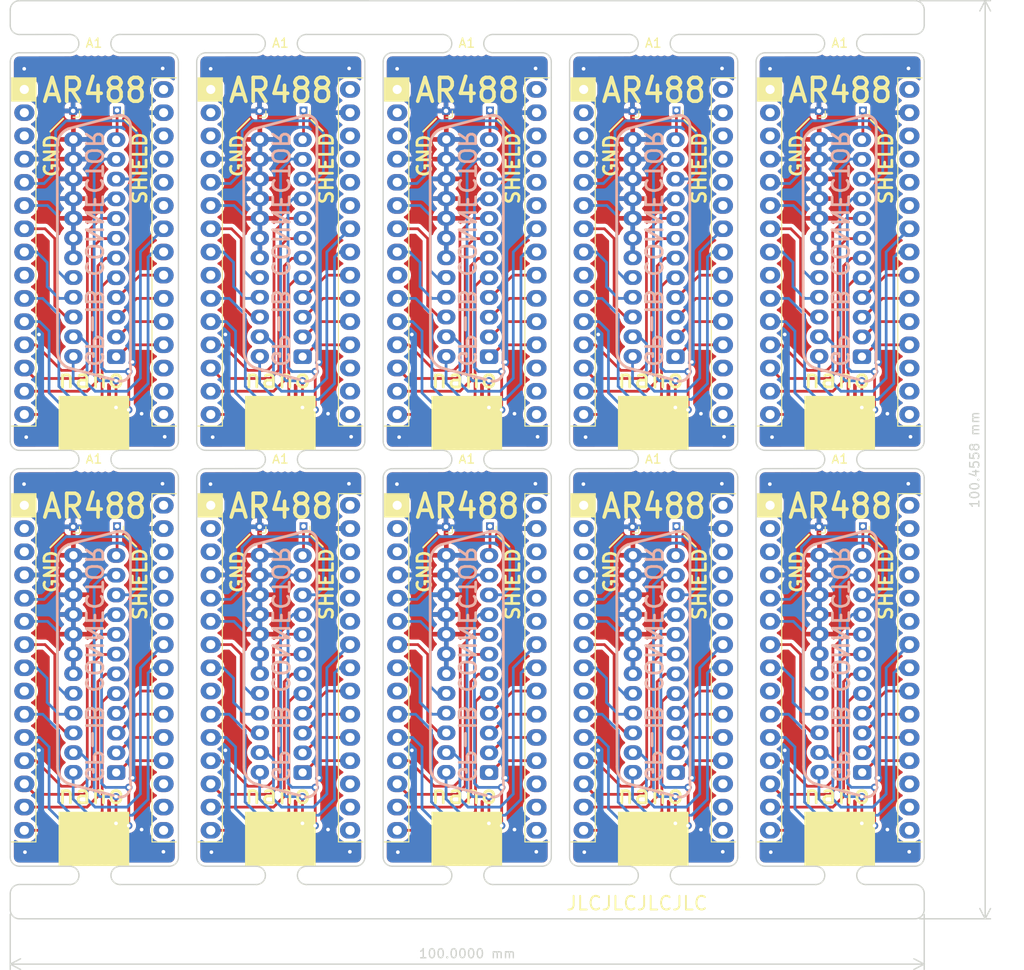
<source format=kicad_pcb>
(kicad_pcb (version 20211014) (generator pcbnew)
  (title_block (title "AR488 GP-IB to USB adapter") (date "2022-01-07"))
  (layers (0 "F.Cu" signal) (31 "B.Cu" signal) (34 "B.Paste" user) (35 "F.Paste" user) (36 "B.SilkS" user "B.Silkscreen") (37 "F.SilkS" user "F.Silkscreen") (38 "B.Mask" user) (39 "F.Mask" user) (44 "Edge.Cuts" user))
  (net 0 "")
  (net 13 "GND")
  (net 14 "GPIB 10 - SRQ")
  (net 15 "GPIB 17 - REN")
  (net 16 "GPIB 15 - DIO7")
  (net 17 "GPIB 16 - DIO8")
  (net 18 "GPIB 11 - ATN")
  (net 19 "GPIB 9 - IFC")
  (net 20 "GPIB 8 - NDAC")
  (net 21 "GPIB 7 - NRFD")
  (net 22 "GPIB 6 - DAV")
  (net 23 "GPIB 5 - EOI")
  (net 24 "GPIB 1 - DIO1")
  (net 25 "GPIB 2 - DIO2")
  (net 26 "GPIB 3 - DIO3")
  (net 27 "GPIB 4 - DIO4")
  (net 28 "GPIB 13 - GIO5")
  (net 29 "GPIB 14 - DIO6")
  (net 30 "Net-(J1-Pad12)")
  (footprint "footprint:Centronics24p" (layer "F.Cu") (at 120.43 115.72 90)
    (fp_text reference "J1" hide)
    (fp_text value "Conn_02x12_Top_Bottom")
  )
  (footprint "footprint:PinHeader_1x01_P1.00mm_Vertical" (layer "F.Cu") (at 98.030439 100.729447 180)
    (fp_text reference "J2" hide)
    (fp_text value "GND")
  )
  (footprint "footprint:Centronics24p" (layer "F.Cu") (at 79.61 70.22 90)
    (fp_text reference "J1" hide)
    (fp_text value "Conn_02x12_Top_Bottom")
  )
  (footprint "footprint:Centronics24p" (layer "F.Cu") (at 140.81 70.22 90)
    (fp_text reference "J1" hide)
    (fp_text value "Conn_02x12_Top_Bottom")
  )
  (footprint "footprint:PinHeader_1x01_P1.00mm_Vertical" (layer "F.Cu") (at 123.240439 100.669447 180)
    (fp_text reference "J3" hide)
    (fp_text value "SHIELD")
  )
  (footprint "footprint:PinHeader_1x01_P1.00mm_Vertical" (layer "F.Cu") (at 98.030439 55.229447 180)
    (fp_text reference "J2" hide)
    (fp_text value "GND")
  )
  (footprint "footprint:PinHeader_1x01_P1.00mm_Vertical" (layer "F.Cu") (at 143.640439 100.669447 180)
    (fp_text reference "J3" hide)
    (fp_text value "SHIELD")
  )
  (footprint "footprint:PinHeader_1x01_P1.00mm_Vertical" (layer "F.Cu") (at 57.230439 55.229447 180)
    (fp_text reference "J2" hide)
    (fp_text value "GND")
  )
  (footprint "footprint:mouse-bite-single-side" (layer "F.Cu") (at 80.76 47.86 180)
    (fp_text reference "mouse-bite-2mm-slot" hide)
    (fp_text value "VAL**" hide)
  )
  (footprint "footprint:Arduino_Nano" (layer "F.Cu") (at 113.09 52.88)
    (fp_text reference "A1")
    (fp_text value "Arduino_Nano_v3.x")
  )
  (footprint "footprint:Centronics24p" (layer "F.Cu") (at 59.21 70.22 90)
    (fp_text reference "J1" hide)
    (fp_text value "Conn_02x12_Top_Bottom")
  )
  (footprint "footprint:mouse-bite" (layer "F.Cu") (at 58.87 93.38)
    (fp_text reference "mouse-bite-2mm-slot" hide)
    (fp_text value "VAL**" hide)
  )
  (footprint "footprint:Arduino_Nano" (layer "F.Cu") (at 72.29 52.88)
    (fp_text reference "A1")
    (fp_text value "Arduino_Nano_v3.x")
  )
  (footprint "footprint:Arduino_Nano" (layer "F.Cu") (at 113.09 98.38)
    (fp_text reference "A1")
    (fp_text value "Arduino_Nano_v3.x")
  )
  (footprint "footprint:PinHeader_1x01_P1.00mm_Vertical" (layer "F.Cu") (at 138.830439 100.729447 180)
    (fp_text reference "J2" hide)
    (fp_text value "GND")
  )
  (footprint "footprint:Arduino_Nano" (layer "F.Cu") (at 72.29 98.38)
    (fp_text reference "A1")
    (fp_text value "Arduino_Nano_v3.x")
  )
  (footprint "footprint:mouse-bite" (layer "F.Cu") (at 140.47 93.38)
    (fp_text reference "mouse-bite-2mm-slot" hide)
    (fp_text value "VAL**" hide)
  )
  (footprint "footprint:PinHeader_1x01_P1.00mm_Vertical" (layer "F.Cu") (at 77.630439 55.229447 180)
    (fp_text reference "J2" hide)
    (fp_text value "GND")
  )
  (footprint "footprint:mouse-bite-single-side" (layer "F.Cu") (at 120.07 138.89)
    (fp_text reference "mouse-bite-2mm-slot" hide)
    (fp_text value "VAL**" hide)
  )
  (footprint "footprint:Arduino_Nano" (layer "F.Cu") (at 92.69 52.88)
    (fp_text reference "A1")
    (fp_text value "Arduino_Nano_v3.x")
  )
  (footprint "footprint:Centronics24p" (layer "F.Cu") (at 100.01 115.72 90)
    (fp_text reference "J1" hide)
    (fp_text value "Conn_02x12_Top_Bottom")
  )
  (footprint "footprint:PinHeader_1x01_P1.00mm_Vertical" (layer "F.Cu") (at 102.840439 55.169447 180)
    (fp_text reference "J3" hide)
    (fp_text value "SHIELD")
  )
  (footprint "footprint:PinHeader_1x01_P1.00mm_Vertical" (layer "F.Cu") (at 77.630439 100.729447 180)
    (fp_text reference "J2" hide)
    (fp_text value "GND")
  )
  (footprint "footprint:PinHeader_1x01_P1.00mm_Vertical" (layer "F.Cu") (at 143.640439 55.169447 180)
    (fp_text reference "J3" hide)
    (fp_text value "SHIELD")
  )
  (footprint "footprint:PinHeader_1x01_P1.00mm_Vertical" (layer "F.Cu") (at 118.430439 55.229447 180)
    (fp_text reference "J2" hide)
    (fp_text value "GND")
  )
  (footprint "footprint:Centronics24p" (layer "F.Cu") (at 100.01 70.22 90)
    (fp_text reference "J1" hide)
    (fp_text value "Conn_02x12_Top_Bottom")
  )
  (footprint "footprint:mouse-bite-single-side" (layer "F.Cu") (at 99.67 138.89)
    (fp_text reference "mouse-bite-2mm-slot" hide)
    (fp_text value "VAL**" hide)
  )
  (footprint "footprint:Arduino_Nano" (layer "F.Cu") (at 133.49 52.88)
    (fp_text reference "A1")
    (fp_text value "Arduino_Nano_v3.x")
  )
  (footprint "footprint:mouse-bite" (layer "F.Cu") (at 120.07 93.38)
    (fp_text reference "mouse-bite-2mm-slot" hide)
    (fp_text value "VAL**" hide)
  )
  (footprint "footprint:PinHeader_1x01_P1.00mm_Vertical" (layer "F.Cu") (at 138.830439 55.229447 180)
    (fp_text reference "J2" hide)
    (fp_text value "GND")
  )
  (footprint "footprint:Arduino_Nano" (layer "F.Cu") (at 92.69 98.38)
    (fp_text reference "A1")
    (fp_text value "Arduino_Nano_v3.x")
  )
  (footprint "footprint:PinHeader_1x01_P1.00mm_Vertical" (layer "F.Cu") (at 82.440439 55.169447 180)
    (fp_text reference "J3" hide)
    (fp_text value "SHIELD")
  )
  (footprint "footprint:Centronics24p" (layer "F.Cu") (at 79.61 115.72 90)
    (fp_text reference "J1" hide)
    (fp_text value "Conn_02x12_Top_Bottom")
  )
  (footprint "footprint:mouse-bite-single-side" (layer "F.Cu") (at 141.95 47.86 180)
    (fp_text reference "mouse-bite-2mm-slot" hide)
    (fp_text value "VAL**" hide)
  )
  (footprint "footprint:PinHeader_1x01_P1.00mm_Vertical" (layer "F.Cu") (at 62.040439 100.669447 180)
    (fp_text reference "J3" hide)
    (fp_text value "SHIELD")
  )
  (footprint "footprint:Arduino_Nano" (layer "F.Cu") (at 133.49 98.38)
    (fp_text reference "A1")
    (fp_text value "Arduino_Nano_v3.x")
  )
  (footprint "footprint:PinHeader_1x01_P1.00mm_Vertical" (layer "F.Cu") (at 82.440439 100.669447 180)
    (fp_text reference "J3" hide)
    (fp_text value "SHIELD")
  )
  (footprint "footprint:PinHeader_1x01_P1.00mm_Vertical" (layer "F.Cu") (at 57.230439 100.729447 180)
    (fp_text reference "J2" hide)
    (fp_text value "GND")
  )
  (footprint "footprint:mouse-bite-single-side" (layer "F.Cu") (at 101.16 47.86 180)
    (fp_text reference "mouse-bite-2mm-slot" hide)
    (fp_text value "VAL**" hide)
  )
  (footprint "footprint:Arduino_Nano" (layer "F.Cu") (at 51.89 98.38)
    (fp_text reference "A1")
    (fp_text value "Arduino_Nano_v3.x")
  )
  (footprint "footprint:PinHeader_1x01_P1.00mm_Vertical" (layer "F.Cu") (at 62.040439 55.169447 180)
    (fp_text reference "J3" hide)
    (fp_text value "SHIELD")
  )
  (footprint "footprint:mouse-bite-single-side" (layer "F.Cu") (at 58.87 138.89)
    (fp_text reference "mouse-bite-2mm-slot" hide)
    (fp_text value "VAL**" hide)
  )
  (footprint "footprint:Arduino_Nano" (layer "F.Cu") (at 51.89 52.88)
    (fp_text reference "A1")
    (fp_text value "Arduino_Nano_v3.x")
  )
  (footprint "footprint:mouse-bite" (layer "F.Cu") (at 79.27 93.38)
    (fp_text reference "mouse-bite-2mm-slot" hide)
    (fp_text value "VAL**" hide)
  )
  (footprint "footprint:mouse-bite-single-side" (layer "F.Cu") (at 60.36 47.86 180)
    (fp_text reference "mouse-bite-2mm-slot" hide)
    (fp_text value "VAL**" hide)
  )
  (footprint "footprint:Centronics24p" (layer "F.Cu") (at 140.84 115.71 90)
    (fp_text reference "J1" hide)
    (fp_text value "Conn_02x12_Top_Bottom")
  )
  (footprint "footprint:mouse-bite-single-side" (layer "F.Cu") (at 140.47 138.89)
    (fp_text reference "mouse-bite-2mm-slot" hide)
    (fp_text value "VAL**" hide)
  )
  (footprint "footprint:PinHeader_1x01_P1.00mm_Vertical" (layer "F.Cu") (at 123.240439 55.169447 180)
    (fp_text reference "J3" hide)
    (fp_text value "SHIELD")
  )
  (footprint "footprint:PinHeader_1x01_P1.00mm_Vertical" (layer "F.Cu") (at 102.840439 100.669447 180)
    (fp_text reference "J3" hide)
    (fp_text value "SHIELD")
  )
  (footprint "footprint:mouse-bite-single-side" (layer "F.Cu") (at 79.27 138.89)
    (fp_text reference "mouse-bite-2mm-slot" hide)
    (fp_text value "VAL**" hide)
  )
  (footprint "footprint:Centronics24p" (layer "F.Cu") (at 120.41 70.22 90)
    (fp_text reference "J1" hide)
    (fp_text value "Conn_02x12_Top_Bottom")
  )
  (footprint "footprint:PinHeader_1x01_P1.00mm_Vertical" (layer "F.Cu") (at 118.430439 100.729447 180)
    (fp_text reference "J2" hide)
    (fp_text value "GND")
  )
  (footprint "footprint:mouse-bite" (layer "F.Cu") (at 99.67 93.38)
    (fp_text reference "mouse-bite-2mm-slot" hide)
    (fp_text value "VAL**" hide)
  )
  (footprint "footprint:Centronics24p" (layer "F.Cu") (at 59.21 115.72 90)
    (fp_text reference "J1" hide)
    (fp_text value "Conn_02x12_Top_Bottom")
  )
  (footprint "footprint:mouse-bite-single-side" (layer "F.Cu") (at 121.56 47.86 180)
    (fp_text reference "mouse-bite-2mm-slot" hide)
    (fp_text value "VAL**" hide)
  )
  (gr_line (start 117.350439 101.569447) (end 115.930439 102.989447) (layer "F.SilkS") (width 0.2))
  (gr_line (start 56.150439 56.069447) (end 54.730439 57.489447) (layer "F.SilkS") (width 0.2))
  (gr_line (start 62.890439 56.189447) (end 64.150439 57.399447) (layer "F.SilkS") (width 0.2))
  (gr_line (start 95.530439 57.489447) (end 96.950439 56.069447) (layer "F.SilkS") (width 0.15))
  (gr_line (start 76.550439 56.069447) (end 75.130439 57.489447) (layer "F.SilkS") (width 0.2))
  (gr_line (start 136.330439 57.489447) (end 137.750439 56.069447) (layer "F.SilkS") (width 0.15))
  (gr_line (start 144.490439 56.189447) (end 145.750439 57.399447) (layer "F.SilkS") (width 0.2))
  (gr_line (start 75.130439 57.489447) (end 76.550439 56.069447) (layer "F.SilkS") (width 0.15))
  (gr_line (start 137.750439 56.069447) (end 136.330439 57.489447) (layer "F.SilkS") (width 0.2))
  (gr_line (start 56.150439 101.569447) (end 54.730439 102.989447) (layer "F.SilkS") (width 0.2))
  (gr_line (start 136.330439 102.989447) (end 137.750439 101.569447) (layer "F.SilkS") (width 0.15))
  (gr_line (start 96.950439 101.569447) (end 95.530439 102.989447) (layer "F.SilkS") (width 0.2))
  (gr_line (start 137.750439 101.569447) (end 136.330439 102.989447) (layer "F.SilkS") (width 0.2))
  (gr_line (start 124.090439 101.689447) (end 125.350439 102.899447) (layer "F.SilkS") (width 0.2))
  (gr_line (start 103.690439 56.189447) (end 104.950439 57.399447) (layer "F.SilkS") (width 0.2))
  (gr_line (start 83.290439 101.689447) (end 84.550439 102.899447) (layer "F.SilkS") (width 0.2))
  (gr_line (start 83.290439 56.189447) (end 84.550439 57.399447) (layer "F.SilkS") (width 0.2))
  (gr_line (start 96.950439 56.069447) (end 95.530439 57.489447) (layer "F.SilkS") (width 0.2))
  (gr_line (start 117.350439 56.069447) (end 115.930439 57.489447) (layer "F.SilkS") (width 0.2))
  (gr_line (start 124.090439 56.189447) (end 125.350439 57.399447) (layer "F.SilkS") (width 0.2))
  (gr_line (start 115.930439 57.489447) (end 117.350439 56.069447) (layer "F.SilkS") (width 0.15))
  (gr_line (start 76.550439 101.569447) (end 75.130439 102.989447) (layer "F.SilkS") (width 0.2))
  (gr_line (start 54.730439 57.489447) (end 56.150439 56.069447) (layer "F.SilkS") (width 0.15))
  (gr_line (start 62.890439 101.689447) (end 64.150439 102.899447) (layer "F.SilkS") (width 0.2))
  (gr_line (start 115.930439 102.989447) (end 117.350439 101.569447) (layer "F.SilkS") (width 0.15))
  (gr_line (start 95.530439 102.989447) (end 96.950439 101.569447) (layer "F.SilkS") (width 0.15))
  (gr_line (start 54.730439 102.989447) (end 56.150439 101.569447) (layer "F.SilkS") (width 0.15))
  (gr_line (start 144.490439 101.689447) (end 145.750439 102.899447) (layer "F.SilkS") (width 0.2))
  (gr_line (start 103.690439 101.689447) (end 104.950439 102.899447) (layer "F.SilkS") (width 0.2))
  (gr_line (start 75.130439 102.989447) (end 76.550439 101.569447) (layer "F.SilkS") (width 0.15))
  (gr_line (start 111.550439 91.367) (end 111.550439 49.867) (layer "Edge.Cuts") (width 0.15))
  (gr_arc (start 62.359977 48.86) (mid 61.359977 47.86) (end 62.359977 46.86) (layer "Edge.Cuts") (width 0.15))
  (gr_arc (start 150.350439 136.867) (mid 150.057546 137.574107) (end 149.350439 137.867) (layer "Edge.Cuts") (width 0.15))
  (gr_line (start 138.47 139.87) (end 123.57 139.87) (layer "Edge.Cuts") (width 0.15))
  (gr_line (start 91.150439 136.867) (end 91.150439 95.367) (layer "Edge.Cuts") (width 0.15))
  (gr_line (start 50.350439 140.866553) (end 50.350439 142.62234) (layer "Edge.Cuts") (width 0.15))
  (gr_arc (start 103.159977 48.86) (mid 102.159977 47.86) (end 103.159977 46.86) (layer "Edge.Cuts") (width 0.15))
  (gr_arc (start 50.350439 44.169446) (mid 50.643333 43.46234) (end 51.350439 43.169446) (layer "Edge.Cuts") (width 0.15))
  (gr_arc (start 50.350439 49.867) (mid 50.643332 49.159893) (end 51.350439 48.867) (layer "Edge.Cuts") (width 0.15))
  (gr_line (start 62.37 94.36) (end 67.750439 94.359447) (layer "Edge.Cuts") (width 0.15))
  (gr_line (start 143.959977 48.86) (end 149.350439 48.859447) (layer "Edge.Cuts") (width 0.15))
  (gr_line (start 118.07 137.87) (end 118.07 137.87) (layer "Edge.Cuts") (width 0.15))
  (gr_arc (start 50.350439 95.367) (mid 50.643332 94.659893) (end 51.350439 94.367) (layer "Edge.Cuts") (width 0.15))
  (gr_line (start 97.67 92.36) (end 92.150439 92.367) (layer "Edge.Cuts") (width 0.15))
  (gr_arc (start 123.559977 48.86) (mid 122.559977 47.86) (end 123.559977 46.86) (layer "Edge.Cuts") (width 0.15))
  (gr_line (start 149.350439 137.867) (end 143.97 137.87) (layer "Edge.Cuts") (width 0.15))
  (gr_arc (start 112.550439 137.867) (mid 111.843332 137.574107) (end 111.550439 136.867) (layer "Edge.Cuts") (width 0.15))
  (gr_arc (start 109.550439 91.367) (mid 109.257546 92.074107) (end 108.550439 92.367) (layer "Edge.Cuts") (width 0.15))
  (gr_arc (start 51.350439 137.867) (mid 50.643332 137.574107) (end 50.350439 136.867) (layer "Edge.Cuts") (width 0.15))
  (gr_line (start 67.750439 92.367) (end 62.37 92.36) (layer "Edge.Cuts") (width 0.15))
  (gr_arc (start 67.750439 48.859447) (mid 68.457546 49.15234) (end 68.750439 49.859447) (layer "Edge.Cuts") (width 0.15))
  (gr_line (start 88.150439 92.367) (end 82.77 92.36) (layer "Edge.Cuts") (width 0.15))
  (gr_arc (start 71.750439 92.367) (mid 71.043332 92.074107) (end 70.750439 91.367) (layer "Edge.Cuts") (width 0.15))
  (gr_line (start 132.950439 94.367) (end 138.47 94.36) (layer "Edge.Cuts") (width 0.15))
  (gr_arc (start 56.859977 46.86) (mid 57.859977 47.86) (end 56.859977 48.86) (layer "Edge.Cuts") (width 0.15))
  (gr_arc (start 143.959977 48.86) (mid 142.959977 47.86) (end 143.959977 46.86) (layer "Edge.Cuts") (width 0.15))
  (gr_arc (start 56.87 137.87) (mid 57.87 138.87) (end 56.87 139.87) (layer "Edge.Cuts") (width 0.15))
  (gr_arc (start 91.150439 49.86) (mid 91.443332 49.152893) (end 92.150439 48.86) (layer "Edge.Cuts") (width 0.15))
  (gr_arc (start 88.150439 94.359447) (mid 88.857546 94.65234) (end 89.150439 95.359447) (layer "Edge.Cuts") (width 0.15))
  (gr_arc (start 109.550439 136.867) (mid 109.257546 137.574107) (end 108.550439 137.867) (layer "Edge.Cuts") (width 0.15))
  (gr_line (start 88.150439 137.867) (end 82.77 137.87) (layer "Edge.Cuts") (width 0.15))
  (gr_line (start 149.350439 43.166553) (end 51.350439 43.169446) (layer "Edge.Cuts") (width 0.15))
  (gr_line (start 51.350439 94.367) (end 56.87 94.36) (layer "Edge.Cuts") (width 0.15))
  (gr_arc (start 128.950439 48.859447) (mid 129.657546 49.15234) (end 129.950439 49.859447) (layer "Edge.Cuts") (width 0.15))
  (gr_arc (start 71.750439 137.867) (mid 71.043332 137.574107) (end 70.750439 136.867) (layer "Edge.Cuts") (width 0.15))
  (gr_line (start 109.550439 91.367) (end 109.550439 49.859447) (layer "Edge.Cuts") (width 0.15))
  (gr_line (start 103.159977 46.86) (end 118.059977 46.86) (layer "Edge.Cuts") (width 0.15))
  (gr_line (start 150.350439 91.367) (end 150.350439 49.859447) (layer "Edge.Cuts") (width 0.15))
  (gr_line (start 123.559977 46.86) (end 138.459977 46.86) (layer "Edge.Cuts") (width 0.15))
  (gr_arc (start 138.47 92.36) (mid 139.47 93.36) (end 138.47 94.36) (layer "Edge.Cuts") (width 0.15))
  (gr_line (start 129.950439 136.867) (end 129.950439 95.359447) (layer "Edge.Cuts") (width 0.15))
  (gr_line (start 97.67 137.87) (end 92.150439 137.867) (layer "Edge.Cuts") (width 0.15))
  (gr_arc (start 112.550439 92.367) (mid 111.843332 92.074107) (end 111.550439 91.367) (layer "Edge.Cuts") (width 0.15))
  (gr_arc (start 138.459977 46.86) (mid 139.459977 47.86) (end 138.459977 48.86) (layer "Edge.Cuts") (width 0.15))
  (gr_line (start 77.27 92.36) (end 71.750439 92.367) (layer "Edge.Cuts") (width 0.15))
  (gr_line (start 82.77 94.36) (end 88.150439 94.359447) (layer "Edge.Cuts") (width 0.15))
  (gr_arc (start 103.17 139.87) (mid 102.17 138.87) (end 103.17 137.87) (layer "Edge.Cuts") (width 0.15))
  (gr_line (start 56.87 137.87) (end 56.87 137.87) (layer "Edge.Cuts") (width 0.15))
  (gr_line (start 71.750439 94.367) (end 77.27 94.36) (layer "Edge.Cuts") (width 0.15))
  (gr_arc (start 50.350439 140.866553) (mid 50.643333 140.159447) (end 51.350439 139.866553) (layer "Edge.Cuts") (width 0.15))
  (gr_arc (start 68.750439 91.367) (mid 68.457546 92.074107) (end 67.750439 92.367) (layer "Edge.Cuts") (width 0.15))
  (gr_line (start 138.47 137.87) (end 132.950439 137.867) (layer "Edge.Cuts") (width 0.15))
  (gr_line (start 71.750439 48.867) (end 77.259977 48.86) (layer "Edge.Cuts") (width 0.15))
  (gr_arc (start 97.659977 46.86) (mid 98.659977 47.86) (end 97.659977 48.86) (layer "Edge.Cuts") (width 0.15))
  (gr_line (start 82.759977 48.86) (end 88.150439 48.859447) (layer "Edge.Cuts") (width 0.15))
  (gr_arc (start 56.87 92.36) (mid 57.87 93.36) (end 56.87 94.36) (layer "Edge.Cuts") (width 0.15))
  (gr_line (start 56.87 92.36) (end 51.350439 92.367) (layer "Edge.Cuts") (width 0.15))
  (gr_arc (start 111.550439 95.367) (mid 111.843332 94.659893) (end 112.550439 94.367) (layer "Edge.Cuts") (width 0.15))
  (gr_arc (start 150.350439 45.856554) (mid 150.057545 46.56366) (end 149.350439 46.856554) (layer "Edge.Cuts") (width 0.15))
  (gr_line (start 103.17 94.36) (end 108.550439 94.359447) (layer "Edge.Cuts") (width 0.15))
  (gr_line (start 129.950439 91.367) (end 129.950439 49.859447) (layer "Edge.Cuts") (width 0.15))
  (gr_line (start 108.550439 92.367) (end 103.17 92.36) (layer "Edge.Cuts") (width 0.15))
  (gr_line (start 108.550439 137.867) (end 103.17 137.87) (layer "Edge.Cuts") (width 0.15))
  (gr_line (start 77.27 137.87) (end 71.750439 137.867) (layer "Edge.Cuts") (width 0.15))
  (gr_line (start 56.87 139.87) (end 51.350439 139.866553) (layer "Edge.Cuts") (width 0.15))
  (gr_arc (start 89.150439 91.367) (mid 88.857546 92.074107) (end 88.150439 92.367) (layer "Edge.Cuts") (width 0.15))
  (gr_line (start 112.550439 48.867) (end 118.059977 48.86) (layer "Edge.Cuts") (width 0.15))
  (gr_line (start 118.07 92.36) (end 112.550439 92.367) (layer "Edge.Cuts") (width 0.15))
  (gr_arc (start 129.950439 91.367) (mid 129.657546 92.074107) (end 128.950439 92.367) (layer "Edge.Cuts") (width 0.15))
  (gr_arc (start 108.550439 48.859447) (mid 109.257546 49.15234) (end 109.550439 49.859447) (layer "Edge.Cuts") (width 0.15))
  (gr_arc (start 149.350439 43.166553) (mid 150.057545 43.459447) (end 150.350439 44.166553) (layer "Edge.Cuts") (width 0.15))
  (gr_line (start 109.550439 136.867) (end 109.550439 95.359447) (layer "Edge.Cuts") (width 0.15))
  (gr_arc (start 77.27 92.36) (mid 78.27 93.36) (end 77.27 94.36) (layer "Edge.Cuts") (width 0.15))
  (gr_arc (start 91.150439 95.367) (mid 91.443332 94.659893) (end 92.150439 94.367) (layer "Edge.Cuts") (width 0.15))
  (gr_line (start 91.150439 91.367) (end 91.150439 49.867) (layer "Edge.Cuts") (width 0.15))
  (gr_line (start 103.159977 48.86) (end 108.550439 48.859447) (layer "Edge.Cuts") (width 0.15))
  (gr_arc (start 131.950439 95.367) (mid 132.243332 94.659893) (end 132.950439 94.367) (layer "Edge.Cuts") (width 0.15))
  (gr_arc (start 51.350439 92.367) (mid 50.643332 92.074107) (end 50.350439 91.367) (layer "Edge.Cuts") (width 0.15))
  (gr_arc (start 51.350439 46.869446) (mid 50.643333 46.576552) (end 50.350439 45.869446) (layer "Edge.Cuts") (width 0.15))
  (gr_line (start 70.750439 136.867) (end 70.750439 95.367) (layer "Edge.Cuts") (width 0.15))
  (gr_line (start 50.350439 136.867) (end 50.350439 95.367) (layer "Edge.Cuts") (width 0.15))
  (gr_line (start 89.150439 136.867) (end 89.150439 95.359447) (layer "Edge.Cuts") (width 0.15))
  (gr_arc (start 123.57 94.36) (mid 122.57 93.36) (end 123.57 92.36) (layer "Edge.Cuts") (width 0.15))
  (gr_line (start 138.47 137.87) (end 138.47 137.87) (layer "Edge.Cuts") (width 0.15))
  (gr_line (start 131.950439 91.367) (end 131.950439 49.867) (layer "Edge.Cuts") (width 0.15))
  (gr_arc (start 92.150439 92.367) (mid 91.443332 92.074107) (end 91.150439 91.367) (layer "Edge.Cuts") (width 0.15))
  (gr_arc (start 149.350439 139.869447) (mid 150.057545 140.162341) (end 150.350439 140.869447) (layer "Edge.Cuts") (width 0.15))
  (gr_arc (start 150.350439 142.622341) (mid 150.057545 143.329447) (end 149.350439 143.622341) (layer "Edge.Cuts") (width 0.15))
  (gr_arc (start 70.750439 49.867) (mid 71.043332 49.159893) (end 71.750439 48.867) (layer "Edge.Cuts") (width 0.15))
  (gr_line (start 51.350439 48.867) (end 56.859977 48.86) (layer "Edge.Cuts") (width 0.15))
  (gr_arc (start 70.750439 95.367) (mid 71.043332 94.659893) (end 71.750439 94.367) (layer "Edge.Cuts") (width 0.15))
  (gr_line (start 150.350439 44.166553) (end 150.350439 45.856554) (layer "Edge.Cuts") (width 0.15))
  (gr_arc (start 89.150439 136.867) (mid 88.857546 137.574107) (end 88.150439 137.867) (layer "Edge.Cuts") (width 0.15))
  (gr_line (start 128.950439 137.867) (end 123.57 137.87) (layer "Edge.Cuts") (width 0.15))
  (gr_arc (start 138.47 137.87) (mid 139.47 138.87) (end 138.47 139.87) (layer "Edge.Cuts") (width 0.15))
  (gr_arc (start 111.550439 49.867) (mid 111.843332 49.159893) (end 112.550439 48.867) (layer "Edge.Cuts") (width 0.15))
  (gr_arc (start 118.07 137.87) (mid 119.07 138.87) (end 118.07 139.87) (layer "Edge.Cuts") (width 0.15))
  (gr_arc (start 92.150439 137.867) (mid 91.443332 137.574107) (end 91.150439 136.867) (layer "Edge.Cuts") (width 0.15))
  (gr_arc (start 82.759977 48.86) (mid 81.759977 47.86) (end 82.759977 46.86) (layer "Edge.Cuts") (width 0.15))
  (gr_line (start 112.550439 94.367) (end 118.07 94.36) (layer "Edge.Cuts") (width 0.15))
  (gr_arc (start 82.77 94.36) (mid 81.77 93.36) (end 82.77 92.36) (layer "Edge.Cuts") (width 0.15))
  (gr_arc (start 103.17 94.36) (mid 102.17 93.36) (end 103.17 92.36) (layer "Edge.Cuts") (width 0.15))
  (gr_line (start 97.67 139.87) (end 82.77 139.87) (layer "Edge.Cuts") (width 0.15))
  (gr_arc (start 149.350439 94.359447) (mid 150.057546 94.65234) (end 150.350439 95.359447) (layer "Edge.Cuts") (width 0.15))
  (gr_line (start 56.87 137.87) (end 51.350439 137.867) (layer "Edge.Cuts") (width 0.15))
  (gr_arc (start 131.950439 49.867) (mid 132.243332 49.159893) (end 132.950439 48.867) (layer "Edge.Cuts") (width 0.15))
  (gr_line (start 149.350439 139.869447) (end 143.97 139.87) (layer "Edge.Cuts") (width 0.15))
  (gr_arc (start 62.37 94.36) (mid 61.37 93.36) (end 62.37 92.36) (layer "Edge.Cuts") (width 0.15))
  (gr_line (start 143.959977 46.86) (end 149.350439 46.856554) (layer "Edge.Cuts") (width 0.15))
  (gr_arc (start 123.57 139.87) (mid 122.57 138.87) (end 123.57 137.87) (layer "Edge.Cuts") (width 0.15))
  (gr_arc (start 128.950439 94.359447) (mid 129.657546 94.65234) (end 129.950439 95.359447) (layer "Edge.Cuts") (width 0.15))
  (gr_line (start 67.750439 137.867) (end 62.37 137.87) (layer "Edge.Cuts") (width 0.15))
  (gr_arc (start 132.950439 137.867) (mid 132.243332 137.574107) (end 131.950439 136.867) (layer "Edge.Cuts") (width 0.15))
  (gr_line (start 50.350439 44.169446) (end 50.350439 45.869446) (layer "Edge.Cuts") (width 0.15))
  (gr_arc (start 68.750439 136.867) (mid 68.457546 137.574107) (end 67.750439 137.867) (layer "Edge.Cuts") (width 0.15))
  (gr_line (start 118.07 137.87) (end 112.550439 137.867) (layer "Edge.Cuts") (width 0.15))
  (gr_line (start 68.750439 136.867) (end 68.750439 95.359447) (layer "Edge.Cuts") (width 0.15))
  (gr_line (start 82.759977 46.86) (end 97.659977 46.86) (layer "Edge.Cuts") (width 0.15))
  (gr_line (start 111.550439 136.867) (end 111.550439 95.367) (layer "Edge.Cuts") (width 0.15))
  (gr_arc (start 143.97 139.87) (mid 142.97 138.87) (end 143.97 137.87) (layer "Edge.Cuts") (width 0.15))
  (gr_line (start 131.950439 136.867) (end 131.950439 95.367) (layer "Edge.Cuts") (width 0.15))
  (gr_arc (start 149.350439 48.859447) (mid 150.057546 49.15234) (end 150.350439 49.859447) (layer "Edge.Cuts") (width 0.15))
  (gr_arc (start 97.67 92.36) (mid 98.67 93.36) (end 97.67 94.36) (layer "Edge.Cuts") (width 0.15))
  (gr_line (start 143.97 94.36) (end 149.350439 94.359447) (layer "Edge.Cuts") (width 0.15))
  (gr_line (start 89.150439 91.367) (end 89.150439 49.859447) (layer "Edge.Cuts") (width 0.15))
  (gr_line (start 70.750439 91.367) (end 70.750439 49.867) (layer "Edge.Cuts") (width 0.15))
  (gr_arc (start 67.750439 94.359447) (mid 68.457546 94.65234) (end 68.750439 95.359447) (layer "Edge.Cuts") (width 0.15))
  (gr_line (start 68.750439 91.367) (end 68.750439 49.859447) (layer "Edge.Cuts") (width 0.15))
  (gr_arc (start 143.97 94.36) (mid 142.97 93.36) (end 143.97 92.36) (layer "Edge.Cuts") (width 0.15))
  (gr_arc (start 97.67 137.87) (mid 98.67 138.87) (end 97.67 139.87) (layer "Edge.Cuts") (width 0.15))
  (gr_line (start 51.350439 143.62234) (end 149.350439 143.622341) (layer "Edge.Cuts") (width 0.15))
  (gr_line (start 150.350439 136.867) (end 150.350439 95.359447) (layer "Edge.Cuts") (width 0.15))
  (gr_arc (start 150.350439 91.367) (mid 150.057546 92.074107) (end 149.350439 92.367) (layer "Edge.Cuts") (width 0.15))
  (gr_line (start 128.950439 92.367) (end 123.57 92.36) (layer "Edge.Cuts") (width 0.15))
  (gr_arc (start 51.350439 143.62234) (mid 50.643333 143.329446) (end 50.350439 142.62234) (layer "Edge.Cuts") (width 0.15))
  (gr_line (start 50.350439 91.367) (end 50.350439 49.867) (layer "Edge.Cuts") (width 0.15))
  (gr_arc (start 118.059977 46.86) (mid 119.059977 47.86) (end 118.059977 48.86) (layer "Edge.Cuts") (width 0.15))
  (gr_line (start 92.150439 94.367) (end 97.67 94.36) (layer "Edge.Cuts") (width 0.15))
  (gr_arc (start 108.550439 94.359447) (mid 109.257546 94.65234) (end 109.550439 95.359447) (layer "Edge.Cuts") (width 0.15))
  (gr_arc (start 132.950439 92.367) (mid 132.243332 92.074107) (end 131.950439 91.367) (layer "Edge.Cuts") (width 0.15))
  (gr_line (start 138.47 92.36) (end 132.950439 92.367) (layer "Edge.Cuts") (width 0.15))
  (gr_arc (start 118.07 92.36) (mid 119.07 93.36) (end 118.07 94.36) (layer "Edge.Cuts") (width 0.15))
  (gr_line (start 150.350439 140.869447) (end 150.350439 142.622341) (layer "Edge.Cuts") (width 0.15))
  (gr_line (start 118.07 139.87) (end 103.17 139.87) (layer "Edge.Cuts") (width 0.15))
  (gr_line (start 77.27 139.87) (end 62.37 139.87) (layer "Edge.Cuts") (width 0.15))
  (gr_arc (start 62.37 139.87) (mid 61.37 138.87) (end 62.37 137.87) (layer "Edge.Cuts") (width 0.15))
  (gr_arc (start 77.259977 46.86) (mid 78.259977 47.86) (end 77.259977 48.86) (layer "Edge.Cuts") (width 0.15))
  (gr_line (start 132.950439 48.867) (end 138.459977 48.86) (layer "Edge.Cuts") (width 0.15))
  (gr_line (start 77.27 137.87) (end 77.27 137.87) (layer "Edge.Cuts") (width 0.15))
  (gr_line (start 97.67 137.87) (end 97.67 137.87) (layer "Edge.Cuts") (width 0.15))
  (gr_line (start 149.350439 92.367) (end 143.97 92.36) (layer "Edge.Cuts") (width 0.15))
  (gr_arc (start 77.27 137.87) (mid 78.27 138.87) (end 77.27 139.87) (layer "Edge.Cuts") (width 0.15))
  (gr_line (start 62.359977 46.86) (end 77.259977 46.86) (layer "Edge.Cuts") (width 0.15))
  (gr_line (start 97.659977 48.86) (end 92.150439 48.86) (layer "Edge.Cuts") (width 0.15))
  (gr_arc (start 82.77 139.87) (mid 81.77 138.87) (end 82.77 137.87) (layer "Edge.Cuts") (width 0.15))
  (gr_line (start 51.350439 46.869446) (end 56.859977 46.86) (layer "Edge.Cuts") (width 0.15))
  (gr_line (start 62.359977 48.86) (end 67.750439 48.859447) (layer "Edge.Cuts") (width 0.15))
  (gr_line (start 123.559977 48.86) (end 128.950439 48.859447) (layer "Edge.Cuts") (width 0.15))
  (gr_arc (start 129.950439 136.867) (mid 129.657546 137.574107) (end 128.950439 137.867) (layer "Edge.Cuts") (width 0.15))
  (gr_line (start 123.57 94.36) (end 128.950439 94.359447) (layer "Edge.Cuts") (width 0.15))
  (gr_arc (start 88.150439 48.859447) (mid 88.857546 49.15234) (end 89.150439 49.859447) (layer "Edge.Cuts") (width 0.15))
  (gr_text "GND" (at 95.670439 105.639447 90) (layer "F.SilkS") (effects (font (size 1.5 1.5) (thickness 0.3))))
  (gr_text "AR488" (at 141.160439 98.479447) (layer "F.SilkS") (effects (font (size 2.6 2.4) (thickness 0.4))))
  (gr_text "AR488" (at 120.760439 52.979447) (layer "F.SilkS") (effects (font (size 2.6 2.4) (thickness 0.4))))
  (gr_text "GND" (at 75.270439 105.639447 90) (layer "F.SilkS") (effects (font (size 1.5 1.5) (thickness 0.3))))
  (gr_text "GND" (at 75.270439 60.139447 90) (layer "F.SilkS") (effects (font (size 1.5 1.5) (thickness 0.3))))
  (gr_text "GND" (at 116.070439 105.639447 90) (layer "F.SilkS") (effects (font (size 1.5 1.5) (thickness 0.3))))
  (gr_text "nano" (at 79.612 130.027) (layer "F.SilkS") (effects (font (size 2 2) (thickness 0.3))))
  (gr_text "nano" (at 140.812 84.527) (layer "F.SilkS") (effects (font (size 2 2) (thickness 0.3))))
  (gr_text "nano" (at 79.612 84.527) (layer "F.SilkS") (effects (font (size 2 2) (thickness 0.3))))
  (gr_text "nano" (at 100.012 130.027) (layer "F.SilkS") (effects (font (size 2 2) (thickness 0.3))))
  (gr_text "AR488" (at 59.560439 98.479447) (layer "F.SilkS") (effects (font (size 2.6 2.4) (thickness 0.4))))
  (gr_text "GND" (at 54.870439 60.139447 90) (layer "F.SilkS") (effects (font (size 1.5 1.5) (thickness 0.3))))
  (gr_text "AR488" (at 100.360439 52.979447) (layer "F.SilkS") (effects (font (size 2.6 2.4) (thickness 0.4))))
  (gr_text "SHIELD" (at 125.730439 107.009447 90) (layer "F.SilkS") (effects (font (size 1.5 1.5) (thickness 0.3))))
  (gr_text "SHIELD" (at 146.130439 61.509447 90) (layer "F.SilkS") (effects (font (size 1.5 1.5) (thickness 0.3))))
  (gr_text "GND" (at 116.070439 60.139447 90) (layer "F.SilkS") (effects (font (size 1.5 1.5) (thickness 0.3))))
  (gr_text "AR488" (at 79.960439 52.979447) (layer "F.SilkS") (effects (font (size 2.6 2.4) (thickness 0.4))))
  (gr_text "nano" (at 59.212 130.027) (layer "F.SilkS") (effects (font (size 2 2) (thickness 0.3))))
  (gr_text "AR488" (at 79.960439 98.479447) (layer "F.SilkS") (effects (font (size 2.6 2.4) (thickness 0.4))))
  (gr_text "GND" (at 136.470439 60.139447 90) (layer "F.SilkS") (effects (font (size 1.5 1.5) (thickness 0.3))))
  (gr_text "nano" (at 140.812 130.027) (layer "F.SilkS") (effects (font (size 2 2) (thickness 0.3))))
  (gr_text "nano" (at 100.012 84.527) (layer "F.SilkS") (effects (font (size 2 2) (thickness 0.3))))
  (gr_text "nano" (at 120.412 84.527) (layer "F.SilkS") (effects (font (size 2 2) (thickness 0.3))))
  (gr_text "SHIELD" (at 64.530439 107.009447 90) (layer "F.SilkS") (effects (font (size 1.5 1.5) (thickness 0.3))))
  (gr_text "nano" (at 120.412 130.027) (layer "F.SilkS") (effects (font (size 2 2) (thickness 0.3))))
  (gr_text "GND" (at 136.470439 105.639447 90) (layer "F.SilkS") (effects (font (size 1.5 1.5) (thickness 0.3))))
  (gr_text "JLCJLCJLCJLC" (at 118.924107 141.92234) (layer "F.SilkS") (effects (font (size 1.5 1.5) (thickness 0.2))))
  (gr_text "SHIELD" (at 105.330439 107.009447 90) (layer "F.SilkS") (effects (font (size 1.5 1.5) (thickness 0.3))))
  (gr_text "SHIELD" (at 125.730439 61.509447 90) (layer "F.SilkS") (effects (font (size 1.5 1.5) (thickness 0.3))))
  (gr_text "SHIELD" (at 105.330439 61.509447 90) (layer "F.SilkS") (effects (font (size 1.5 1.5) (thickness 0.3))))
  (gr_text "AR488" (at 141.160439 52.979447) (layer "F.SilkS") (effects (font (size 2.6 2.4) (thickness 0.4))))
  (gr_text "SHIELD" (at 146.130439 107.009447 90) (layer "F.SilkS") (effects (font (size 1.5 1.5) (thickness 0.3))))
  (gr_text "GND" (at 54.870439 105.639447 90) (layer "F.SilkS") (effects (font (size 1.5 1.5) (thickness 0.3))))
  (gr_text "SHIELD" (at 64.530439 61.509447 90) (layer "F.SilkS") (effects (font (size 1.5 1.5) (thickness 0.3))))
  (gr_text "SHIELD" (at 84.930439 107.009447 90) (layer "F.SilkS") (effects (font (size 1.5 1.5) (thickness 0.3))))
  (gr_text "AR488" (at 100.360439 98.479447) (layer "F.SilkS") (effects (font (size 2.6 2.4) (thickness 0.4))))
  (gr_text "AR488" (at 120.760439 98.479447) (layer "F.SilkS") (effects (font (size 2.6 2.4) (thickness 0.4))))
  (gr_text "GND" (at 95.670439 60.139447 90) (layer "F.SilkS") (effects (font (size 1.5 1.5) (thickness 0.3))))
  (gr_text "AR488" (at 59.560439 52.979447) (layer "F.SilkS") (effects (font (size 2.6 2.4) (thickness 0.4))))
  (gr_text "nano" (at 59.212 84.527) (layer "F.SilkS") (effects (font (size 2 2) (thickness 0.3))))
  (gr_text "SHIELD" (at 84.930439 61.509447 90) (layer "F.SilkS") (effects (font (size 1.5 1.5) (thickness 0.3))))
  (dimension (type aligned) (layer "Edge.Cuts") (pts (xy 149.350439 43.166553) (xy 149.350439 143.622341)) (height -7.67) (gr_text "100,4558 mm" (at 155.870439 93.394447 90) (layer "Edge.Cuts") (effects (font (size 1 1) (thickness 0.15)))) (format (units 3) (units_format 1) (precision 4)) (style (thickness 0.15) (arrow_length 1.27) (text_position_mode 0) (extension_height 0.58642) (extension_offset 0.5) keep_text_aligned))
  (dimension (type aligned) (layer "Edge.Cuts") (pts (xy 150.350439 142.622341) (xy 50.350439 142.622341)) (height -5.957106) (gr_text "100,0000 mm" (at 100.350439 147.429447) (layer "Edge.Cuts") (effects (font (size 1 1) (thickness 0.15)))) (format (units 3) (units_format 1) (precision 4)) (style (thickness 0.15) (arrow_length 1.27) (text_position_mode 0) (extension_height 0.58642) (extension_offset 0.5) keep_text_aligned))
  (segment (start 125.922 128.817) (end 125.304447 128.199447) (width 0.3) (layer "F.Cu") (net 13))
  (segment (start 146.322 133.857) (end 146.322 128.817) (width 0.3) (layer "F.Cu") (net 13))
  (segment (start 105.522 83.317) (end 104.904447 82.699447) (width 0.3) (layer "F.Cu") (net 13))
  (segment (start 57.2367 100.675708) (end 57.210439 100.649447) (width 0.3) (layer "F.Cu") (net 13))
  (segment (start 125.304447 128.199447) (end 124.930439 128.199447) (width 0.3) (layer "F.Cu") (net 13))
  (segment (start 98.0367 55.175708) (end 98.010439 55.149447) (width 0.3) (layer "F.Cu") (net 13))
  (segment (start 98.0367 106.0127) (end 98.0367 116.6807) (width 0.3) (layer "F.Cu") (net 13))
  (segment (start 64.722 128.817) (end 64.104447 128.199447) (width 0.3) (layer "F.Cu") (net 13))
  (segment (start 77.6367 106.0127) (end 77.6367 116.6807) (width 0.3) (layer "F.Cu") (net 13))
  (segment (start 105.522 128.817) (end 104.904447 128.199447) (width 0.3) (layer "F.Cu") (net 13))
  (segment (start 118.424 60.5) (end 118.4367 60.5127) (width 0.3) (layer "F.Cu") (net 13))
  (segment (start 77.6367 55.175708) (end 77.610439 55.149447) (width 0.3) (layer "F.Cu") (net 13))
  (segment (start 98.0367 116.6807) (end 98.024 116.668) (width 0.3) (layer "F.Cu") (net 13))
  (segment (start 77.6367 60.5127) (end 77.6367 71.1807) (width 0.3) (layer "F.Cu") (net 13))
  (segment (start 98.0367 100.675708) (end 98.010439 100.649447) (width 0.3) (layer "F.Cu") (net 13))
  (segment (start 64.104447 128.199447) (end 63.730439 128.199447) (width 0.3) (layer "F.Cu") (net 13))
  (segment (start 118.4367 71.1807) (end 118.424 71.168) (width 0.3) (layer "F.Cu") (net 13))
  (segment (start 98.0367 60.5127) (end 98.0367 71.1807) (width 0.3) (layer "F.Cu") (net 13))
  (segment (start 118.4367 60.5127) (end 118.4367 71.1807) (width 0.3) (layer "F.Cu") (net 13))
  (segment (start 145.704447 82.699447) (end 145.330439 82.699447) (width 0.3) (layer "F.Cu") (net 13))
  (segment (start 64.722 88.357) (end 64.722 83.317) (width 0.3) (layer "F.Cu") (net 13))
  (segment (start 64.722 133.857) (end 64.722 128.817) (width 0.3) (layer "F.Cu") (net 13))
  (segment (start 138.8367 71.1807) (end 138.824 71.168) (width 0.3) (layer "F.Cu") (net 13))
  (segment (start 57.2367 60.5127) (end 57.2367 71.1807) (width 0.3) (layer "F.Cu") (net 13))
  (segment (start 118.4367 100.675708) (end 118.410439 100.649447) (width 0.3) (layer "F.Cu") (net 13))
  (segment (start 146.322 88.357) (end 146.322 83.317) (width 0.3) (layer "F.Cu") (net 13))
  (segment (start 138.8367 60.5127) (end 138.8367 71.1807) (width 0.3) (layer "F.Cu") (net 13))
  (segment (start 77.624 60.5) (end 77.6367 60.5127) (width 0.3) (layer "F.Cu") (net 13))
  (segment (start 105.522 88.357) (end 105.522 83.317) (width 0.3) (layer "F.Cu") (net 13))
  (segment (start 64.722 83.317) (end 64.104447 82.699447) (width 0.3) (layer "F.Cu") (net 13))
  (segment (start 85.122 133.857) (end 85.122 128.817) (width 0.3) (layer "F.Cu") (net 13))
  (segment (start 85.122 83.317) (end 84.504447 82.699447) (width 0.3) (layer "F.Cu") (net 13))
  (segment (start 125.922 133.857) (end 125.922 128.817) (width 0.3) (layer "F.Cu") (net 13))
  (segment (start 146.322 83.317) (end 145.704447 82.699447) (width 0.3) (layer "F.Cu") (net 13))
  (segment (start 77.6367 116.6807) (end 77.624 116.668) (width 0.3) (layer "F.Cu") (net 13))
  (segment (start 118.424 106) (end 118.4367 106.0127) (width 0.3) (layer "F.Cu") (net 13))
  (segment (start 77.624 106) (end 77.6367 106.0127) (width 0.3) (layer "F.Cu") (net 13))
  (segment (start 64.104447 82.699447) (end 63.730439 82.699447) (width 0.3) (layer "F.Cu") (net 13))
  (segment (start 104.904447 82.699447) (end 104.530439 82.699447) (width 0.3) (layer "F.Cu") (net 13))
  (segment (start 77.6367 100.675708) (end 77.610439 100.649447) (width 0.3) (layer "F.Cu") (net 13))
  (segment (start 138.8367 100.675708) (end 138.810439 100.649447) (width 0.3) (layer "F.Cu") (net 13))
  (segment (start 57.224 60.5) (end 57.2367 60.5127) (width 0.3) (layer "F.Cu") (net 13))
  (segment (start 98.024 106) (end 98.0367 106.0127) (width 0.3) (layer "F.Cu") (net 13))
  (segment (start 98.0367 71.1807) (end 98.024 71.168) (width 0.3) (layer "F.Cu") (net 13))
  (segment (start 57.224 106) (end 57.2367 106.0127) (width 0.3) (layer "F.Cu") (net 13))
  (segment (start 77.6367 71.1807) (end 77.624 71.168) (width 0.3) (layer "F.Cu") (net 13))
  (segment (start 138.8367 106.0127) (end 138.8367 116.6807) (width 0.3) (layer "F.Cu") (net 13))
  (segment (start 57.2367 71.1807) (end 57.224 71.168) (width 0.3) (layer "F.Cu") (net 13))
  (segment (start 84.504447 82.699447) (end 84.130439 82.699447) (width 0.3) (layer "F.Cu") (net 13))
  (segment (start 138.8367 55.175708) (end 138.810439 55.149447) (width 0.3) (layer "F.Cu") (net 13))
  (segment (start 118.4367 116.6807) (end 118.424 116.668) (width 0.3) (layer "F.Cu") (net 13))
  (segment (start 57.2367 55.175708) (end 57.210439 55.149447) (width 0.3) (layer "F.Cu") (net 13))
  (segment (start 118.4367 55.175708) (end 118.410439 55.149447) (width 0.3) (layer "F.Cu") (net 13))
  (segment (start 85.122 128.817) (end 84.504447 128.199447) (width 0.3) (layer "F.Cu") (net 13))
  (segment (start 85.122 88.357) (end 85.122 83.317) (width 0.3) (layer "F.Cu") (net 13))
  (segment (start 57.2367 116.6807) (end 57.224 116.668) (width 0.3) (layer "F.Cu") (net 13))
  (segment (start 84.504447 128.199447) (end 84.130439 128.199447) (width 0.3) (layer "F.Cu") (net 13))
  (segment (start 145.704447 128.199447) (end 145.330439 128.199447) (width 0.3) (layer "F.Cu") (net 13))
  (segment (start 138.8367 116.6807) (end 138.824 116.668) (width 0.3) (layer "F.Cu") (net 13))
  (segment (start 105.522 133.857) (end 105.522 128.817) (width 0.3) (layer "F.Cu") (net 13))
  (segment (start 98.024 60.5) (end 98.0367 60.5127) (width 0.3) (layer "F.Cu") (net 13))
  (segment (start 57.2367 106.0127) (end 57.2367 116.6807) (width 0.3) (layer "F.Cu") (net 13))
  (segment (start 138.824 60.5) (end 138.8367 60.5127) (width 0.3) (layer "F.Cu") (net 13))
  (segment (start 125.922 83.317) (end 125.304447 82.699447) (width 0.3) (layer "F.Cu") (net 13))
  (segment (start 138.824 106) (end 138.8367 106.0127) (width 0.3) (layer "F.Cu") (net 13))
  (segment (start 125.922 88.357) (end 125.922 83.317) (width 0.3) (layer "F.Cu") (net 13))
  (segment (start 125.304447 82.699447) (end 124.930439 82.699447) (width 0.3) (layer "F.Cu") (net 13))
  (segment (start 146.322 128.817) (end 145.704447 128.199447) (width 0.3) (layer "F.Cu") (net 13))
  (segment (start 104.904447 128.199447) (end 104.530439 128.199447) (width 0.3) (layer "F.Cu") (net 13))
  (segment (start 118.4367 106.0127) (end 118.4367 116.6807) (width 0.3) (layer "F.Cu") (net 13))
  (via (at 133.56 136.33) (size 0.8) (drill 0.4) (layers "F.Cu" "B.Cu") (net 13))
  (via (at 72.28 50.62) (size 0.8) (drill 0.4) (layers "F.Cu" "B.Cu") (net 13))
  (via (at 148.63 50.58) (size 0.8) (drill 0.4) (layers "F.Cu" "B.Cu") (net 13))
  (via (at 92.68 50.62) (size 0.8) (drill 0.4) (layers "F.Cu" "B.Cu") (net 13))
  (via (at 105.522 133.857) (size 0.8) (drill 0.4) (layers "F.Cu" "B.Cu") (net 13))
  (via (at 128.21 96.02) (size 0.8) (drill 0.4) (layers "F.Cu" "B.Cu") (net 13))
  (via (at 51.86 96.06) (size 0.8) (drill 0.4) (layers "F.Cu" "B.Cu") (net 13))
  (via (at 135.090439 125.189447) (size 0.8) (drill 0.4) (layers "F.Cu" "B.Cu") (net 13))
  (via (at 53.490439 125.189447) (size 0.8) (drill 0.4) (layers "F.Cu" "B.Cu") (net 13))
  (via (at 67.01 96.02) (size 0.8) (drill 0.4) (layers "F.Cu" "B.Cu") (net 13))
  (via (at 92.66 96.06) (size 0.8) (drill 0.4) (layers "F.Cu" "B.Cu") (net 13))
  (via (at 128.45 90.88) (size 0.8) (drill 0.4) (layers "F.Cu" "B.Cu") (net 13))
  (via (at 94.290439 79.689447) (size 0.8) (drill 0.4) (layers "F.Cu" "B.Cu") (net 13))
  (via (at 63.730439 82.699447) (size 0.8) (drill 0.4) (layers "F.Cu" "B.Cu") (net 13))
  (via (at 72.5 90.92) (size 0.8) (drill 0.4) (layers "F.Cu" "B.Cu") (net 13))
  (via (at 125.922 88.357) (size 0.8) (drill 0.4) (layers "F.Cu" "B.Cu") (net 13))
  (via (at 72.36 136.33) (size 0.8) (drill 0.4) (layers "F.Cu" "B.Cu") (net 13))
  (via (at 146.322 133.857) (size 0.8) (drill 0.4) (layers "F.Cu" "B.Cu") (net 13))
  (via (at 94.290439 125.189447) (size 0.8) (drill 0.4) (layers "F.Cu" "B.Cu") (net 13))
  (via (at 148.71 136.29) (size 0.8) (drill 0.4) (layers "F.Cu" "B.Cu") (net 13))
  (via (at 64.722 88.357) (size 0.8) (drill 0.4) (layers "F.Cu" "B.Cu") (net 13))
  (via (at 104.530439 82.699447) (size 0.8) (drill 0.4) (layers "F.Cu" "B.Cu") (net 13))
  (via (at 125.922 133.857) (size 0.8) (drill 0.4) (layers "F.Cu" "B.Cu") (net 13))
  (via (at 67.11 136.29) (size 0.8) (drill 0.4) (layers "F.Cu" "B.Cu") (net 13))
  (via (at 135.090439 79.689447) (size 0.8) (drill 0.4) (layers "F.Cu" "B.Cu") (net 13))
  (via (at 145.330439 82.699447) (size 0.8) (drill 0.4) (layers "F.Cu" "B.Cu") (net 13))
  (via (at 107.91 136.29) (size 0.8) (drill 0.4) (layers "F.Cu" "B.Cu") (net 13))
  (via (at 114.690439 125.189447) (size 0.8) (drill 0.4) (layers "F.Cu" "B.Cu") (net 13))
  (via (at 113.06 96.06) (size 0.8) (drill 0.4) (layers "F.Cu" "B.Cu") (net 13))
  (via (at 87.41 96.02) (size 0.8) (drill 0.4) (layers "F.Cu" "B.Cu") (net 13))
  (via (at 107.83 50.58) (size 0.8) (drill 0.4) (layers "F.Cu" "B.Cu") (net 13))
  (via (at 67.03 50.58) (size 0.8) (drill 0.4) (layers "F.Cu" "B.Cu") (net 13))
  (via (at 87.43 50.58) (size 0.8) (drill 0.4) (layers "F.Cu" "B.Cu") (net 13))
  (via (at 73.890439 125.189447) (size 0.8) (drill 0.4) (layers "F.Cu" "B.Cu") (net 13))
  (via (at 124.930439 128.199447) (size 0.8) (drill 0.4) (layers "F.Cu" "B.Cu") (net 13))
  (via (at 84.130439 128.199447) (size 0.8) (drill 0.4) (layers "F.Cu" "B.Cu") (net 13))
  (via (at 72.26 96.06) (size 0.8) (drill 0.4) (layers "F.Cu" "B.Cu") (net 13))
  (via (at 87.51 136.29) (size 0.8) (drill 0.4) (layers "F.Cu" "B.Cu") (net 13))
  (via (at 148.61 96.02) (size 0.8) (drill 0.4) (layers "F.Cu" "B.Cu") (net 13))
  (via (at 148.85 90.88) (size 0.8) (drill 0.4) (layers "F.Cu" "B.Cu") (net 13))
  (via (at 133.7 90.92) (size 0.8) (drill 0.4) (layers "F.Cu" "B.Cu") (net 13))
  (via (at 51.96 136.33) (size 0.8) (drill 0.4) (layers "F.Cu" "B.Cu") (net 13))
  (via (at 87.65 90.88) (size 0.8) (drill 0.4) (layers "F.Cu" "B.Cu") (net 13))
  (via (at 92.76 136.33) (size 0.8) (drill 0.4) (layers "F.Cu" "B.Cu") (net 13))
  (via (at 104.530439 128.199447) (size 0.8) (drill 0.4) (layers "F.Cu" "B.Cu") (net 13))
  (via (at 52.1 90.92) (size 0.8) (drill 0.4) (layers "F.Cu" "B.Cu") (net 13))
  (via (at 113.3 90.92) (size 0.8) (drill 0.4) (layers "F.Cu" "B.Cu") (net 13))
  (via (at 85.122 88.357) (size 0.8) (drill 0.4) (layers "F.Cu" "B.Cu") (net 13))
  (via (at 107.81 96.02) (size 0.8) (drill 0.4) (layers "F.Cu" "B.Cu") (net 13))
  (via (at 133.48 50.62) (size 0.8) (drill 0.4) (layers "F.Cu" "B.Cu") (net 13))
  (via (at 113.08 50.62) (size 0.8) (drill 0.4) (layers "F.Cu" "B.Cu") (net 13))
  (via (at 124.930439 82.699447) (size 0.8) (drill 0.4) (layers "F.Cu" "B.Cu") (net 13))
  (via (at 84.130439 82.699447) (size 0.8) (drill 0.4) (layers "F.Cu" "B.Cu") (net 13))
  (via (at 51.88 50.62) (size 0.8) (drill 0.4) (layers "F.Cu" "B.Cu") (net 13))
  (via (at 63.730439 128.199447) (size 0.8) (drill 0.4) (layers "F.Cu" "B.Cu") (net 13))
  (via (at 73.890439 79.689447) (size 0.8) (drill 0.4) (layers "F.Cu" "B.Cu") (net 13))
  (via (at 67.25 90.88) (size 0.8) (drill 0.4) (layers "F.Cu" "B.Cu") (net 13))
  (via (at 113.16 136.33) (size 0.8) (drill 0.4) (layers "F.Cu" "B.Cu") (net 13))
  (via (at 105.522 88.357) (size 0.8) (drill 0.4) (layers "F.Cu" "B.Cu") (net 13))
  (via (at 146.322 88.357) (size 0.8) (drill 0.4) (layers "F.Cu" "B.Cu") (net 13))
  (via (at 145.330439 128.199447) (size 0.8) (drill 0.4) (layers "F.Cu" "B.Cu") (net 13))
  (via (at 128.31 136.29) (size 0.8) (drill 0.4) (layers "F.Cu" "B.Cu") (net 13))
  (via (at 85.122 133.857) (size 0.8) (drill 0.4) (layers "F.Cu" "B.Cu") (net 13))
  (via (at 114.690439 79.689447) (size 0.8) (drill 0.4) (layers "F.Cu" "B.Cu") (net 13))
  (via (at 133.46 96.06) (size 0.8) (drill 0.4) (layers "F.Cu" "B.Cu") (net 13))
  (via (at 128.23 50.58) (size 0.8) (drill 0.4) (layers "F.Cu" "B.Cu") (net 13))
  (via (at 108.05 90.88) (size 0.8) (drill 0.4) (layers "F.Cu" "B.Cu") (net 13))
  (via (at 92.9 90.92) (size 0.8) (drill 0.4) (layers "F.Cu" "B.Cu") (net 13))
  (via (at 64.722 133.857) (size 0.8) (drill 0.4) (layers "F.Cu" "B.Cu") (net 13))
  (via (at 53.490439 79.689447) (size 0.8) (drill 0.4) (layers "F.Cu" "B.Cu") (net 13))
  (segment (start 77.6367 106.0127) (end 77.6367 116.9093) (width 0.3) (layer "B.Cu") (net 13))
  (segment (start 77.6367 71.4093) (end 77.624 71.422) (width 0.3) (layer "B.Cu") (net 13))
  (segment (start 77.6367 60.5127) (end 77.6367 71.4093) (width 0.3) (layer "B.Cu") (net 13))
  (segment (start 118.4367 71.4093) (end 118.424 71.422) (width 0.3) (layer "B.Cu") (net 13))
  (segment (start 57.2367 116.9093) (end 57.224 116.922) (width 0.3) (layer "B.Cu") (net 13))
  (segment (start 138.8367 116.9093) (end 138.824 116.922) (width 0.3) (layer "B.Cu") (net 13))
  (segment (start 98.0367 71.4093) (end 98.024 71.422) (width 0.3) (layer "B.Cu") (net 13))
  (segment (start 118.4367 60.5127) (end 118.4367 71.4093) (width 0.3) (layer "B.Cu") (net 13))
  (segment (start 57.2367 106.0127) (end 57.2367 116.9093) (width 0.3) (layer "B.Cu") (net 13))
  (segment (start 98.0367 106.0127) (end 98.0367 116.9093) (width 0.3) (layer "B.Cu") (net 13))
  (segment (start 98.0367 60.5127) (end 98.0367 71.4093) (width 0.3) (layer "B.Cu") (net 13))
  (segment (start 57.2367 60.5127) (end 57.2367 71.4093) (width 0.3) (layer "B.Cu") (net 13))
  (segment (start 57.2367 71.4093) (end 57.224 71.422) (width 0.3) (layer "B.Cu") (net 13))
  (segment (start 138.8367 106.0127) (end 138.8367 116.9093) (width 0.3) (layer "B.Cu") (net 13))
  (segment (start 98.0367 116.9093) (end 98.024 116.922) (width 0.3) (layer "B.Cu") (net 13))
  (segment (start 118.4367 116.9093) (end 118.424 116.922) (width 0.3) (layer "B.Cu") (net 13))
  (segment (start 138.8367 60.5127) (end 138.8367 71.4093) (width 0.3) (layer "B.Cu") (net 13))
  (segment (start 118.4367 106.0127) (end 118.4367 116.9093) (width 0.3) (layer "B.Cu") (net 13))
  (segment (start 77.6367 116.9093) (end 77.624 116.922) (width 0.3) (layer "B.Cu") (net 13))
  (segment (start 138.8367 71.4093) (end 138.824 71.422) (width 0.3) (layer "B.Cu") (net 13))
  (segment (start 136.919 107.397) (end 135.649 108.667) (width 0.3) (layer "B.Cu") (net 14))
  (segment (start 125.412 103.147) (end 124.074 101.809) (width 0.3) (layer "B.Cu") (net 14))
  (segment (start 116.519 107.397) (end 115.249 108.667) (width 0.3) (layer "B.Cu") (net 14))
  (segment (start 116.519 61.897) (end 115.249 63.167) (width 0.3) (layer "B.Cu") (net 14))
  (segment (start 135.649 108.667) (end 133.49 108.667) (width 0.3) (layer "B.Cu") (net 14))
  (segment (start 83.274 101.809) (end 76.862 101.809) (width 0.3) (layer "B.Cu") (net 14))
  (segment (start 74.449 63.167) (end 72.29 63.167) (width 0.3) (layer "B.Cu") (net 14))
  (segment (start 105.012 61.907) (end 105.012 57.647) (width 0.3) (layer "B.Cu") (net 14))
  (segment (start 96.119 57.452) (end 96.119 61.897) (width 0.3) (layer "B.Cu") (net 14))
  (segment (start 145.0473 62.6717) (end 145.812 61.907) (width 0.3) (layer "B.Cu") (net 14))
  (segment (start 117.662 101.809) (end 116.519 102.952) (width 0.3) (layer "B.Cu") (net 14))
  (segment (start 83.8473 62.6717) (end 84.612 61.907) (width 0.3) (layer "B.Cu") (net 14))
  (segment (start 54.049 108.667) (end 51.89 108.667) (width 0.3) (layer "B.Cu") (net 14))
  (segment (start 82.4373 62.6717) (end 83.8473 62.6717) (width 0.3) (layer "B.Cu") (net 14))
  (segment (start 124.6473 62.6717) (end 125.412 61.907) (width 0.3) (layer "B.Cu") (net 14))
  (segment (start 124.074 101.809) (end 117.662 101.809) (width 0.3) (layer "B.Cu") (net 14))
  (segment (start 97.262 101.809) (end 96.119 102.952) (width 0.3) (layer "B.Cu") (net 14))
  (segment (start 102.8373 108.1717) (end 104.2473 108.1717) (width 0.3) (layer "B.Cu") (net 14))
  (segment (start 56.462 101.809) (end 55.319 102.952) (width 0.3) (layer "B.Cu") (net 14))
  (segment (start 76.862 56.309) (end 75.719 57.452) (width 0.3) (layer "B.Cu") (net 14))
  (segment (start 55.319 57.452) (end 55.319 61.897) (width 0.3) (layer "B.Cu") (net 14))
  (segment (start 54.049 63.167) (end 51.89 63.167) (width 0.3) (layer "B.Cu") (net 14))
  (segment (start 125.412 61.907) (end 125.412 57.647) (width 0.3) (layer "B.Cu") (net 14))
  (segment (start 124.6473 108.1717) (end 125.412 107.407) (width 0.3) (layer "B.Cu") (net 14))
  (segment (start 135.649 63.167) (end 133.49 63.167) (width 0.3) (layer "B.Cu") (net 14))
  (segment (start 64.212 107.407) (end 64.212 103.147) (width 0.3) (layer "B.Cu") (net 14))
  (segment (start 138.062 101.809) (end 136.919 102.952) (width 0.3) (layer "B.Cu") (net 14))
  (segment (start 62.0373 62.6717) (end 63.4473 62.6717) (width 0.3) (layer "B.Cu") (net 14))
  (segment (start 125.412 107.407) (end 125.412 103.147) (width 0.3) (layer "B.Cu") (net 14))
  (segment (start 145.812 57.647) (end 144.474 56.309) (width 0.3) (layer "B.Cu") (net 14))
  (segment (start 63.4473 62.6717) (end 64.212 61.907) (width 0.3) (layer "B.Cu") (net 14))
  (segment (start 97.262 56.309) (end 96.119 57.452) (width 0.3) (layer "B.Cu") (net 14))
  (segment (start 75.719 107.397) (end 74.449 108.667) (width 0.3) (layer "B.Cu") (net 14))
  (segment (start 75.719 57.452) (end 75.719 61.897) (width 0.3) (layer "B.Cu") (net 14))
  (segment (start 62.874 101.809) (end 56.462 101.809) (width 0.3) (layer "B.Cu") (net 14))
  (segment (start 117.662 56.309) (end 116.519 57.452) (width 0.3) (layer "B.Cu") (net 14))
  (segment (start 83.274 56.309) (end 76.862 56.309) (width 0.3) (layer "B.Cu") (net 14))
  (segment (start 56.462 56.309) (end 55.319 57.452) (width 0.3) (layer "B.Cu") (net 14))
  (segment (start 84.612 103.147) (end 83.274 101.809) (width 0.3) (layer "B.Cu") (net 14))
  (segment (start 102.8373 62.6717) (end 104.2473 62.6717) (width 0.3) (layer "B.Cu") (net 14))
  (segment (start 75.719 61.897) (end 74.449 63.167) (width 0.3) (layer "B.Cu") (net 14))
  (segment (start 94.849 63.167) (end 92.69 63.167) (width 0.3) (layer "B.Cu") (net 14))
  (segment (start 143.6373 108.1717) (end 145.0473 108.1717) (width 0.3) (layer "B.Cu") (net 14))
  (segment (start 136.919 61.897) (end 135.649 63.167) (width 0.3) (layer "B.Cu") (net 14))
  (segment (start 74.449 108.667) (end 72.29 108.667) (width 0.3) (layer "B.Cu") (net 14))
  (segment (start 145.812 61.907) (end 145.812 57.647) (width 0.3) (layer "B.Cu") (net 14))
  (segment (start 64.212 61.907) (end 64.212 57.647) (width 0.3) (layer "B.Cu") (net 14))
  (segment (start 136.919 102.952) (end 136.919 107.397) (width 0.3) (layer "B.Cu") (net 14))
  (segment (start 104.2473 108.1717) (end 105.012 107.407) (width 0.3) (layer "B.Cu") (net 14))
  (segment (start 145.812 107.407) (end 145.812 103.147) (width 0.3) (layer "B.Cu") (net 14))
  (segment (start 105.012 57.647) (end 103.674 56.309) (width 0.3) (layer "B.Cu") (net 14))
  (segment (start 138.062 56.309) (end 136.919 57.452) (width 0.3) (layer "B.Cu") (net 14))
  (segment (start 105.012 103.147) (end 103.674 101.809) (width 0.3) (layer "B.Cu") (net 14))
  (segment (start 75.719 102.952) (end 75.719 107.397) (width 0.3) (layer "B.Cu") (net 14))
  (segment (start 115.249 108.667) (end 113.09 108.667) (width 0.3) (layer "B.Cu") (net 14))
  (segment (start 143.6373 62.6717) (end 145.0473 62.6717) (width 0.3) (layer "B.Cu") (net 14))
  (segment (start 144.474 101.809) (end 138.062 101.809) (width 0.3) (layer "B.Cu") (net 14))
  (segment (start 104.2473 62.6717) (end 105.012 61.907) (width 0.3) (layer "B.Cu") (net 14))
  (segment (start 124.074 56.309) (end 117.662 56.309) (width 0.3) (layer "B.Cu") (net 14))
  (segment (start 64.212 103.147) (end 62.874 101.809) (width 0.3) (layer "B.Cu") (net 14))
  (segment (start 103.674 56.309) (end 97.262 56.309) (width 0.3) (layer "B.Cu") (net 14))
  (segment (start 84.612 57.647) (end 83.274 56.309) (width 0.3) (layer "B.Cu") (net 14))
  (segment (start 115.249 63.167) (end 113.09 63.167) (width 0.3) (layer "B.Cu") (net 14))
  (segment (start 96.119 107.397) (end 94.849 108.667) (width 0.3) (layer "B.Cu") (net 14))
  (segment (start 96.119 102.952) (end 96.119 107.397) (width 0.3) (layer "B.Cu") (net 14))
  (segment (start 62.874 56.309) (end 56.462 56.309) (width 0.3) (layer "B.Cu") (net 14))
  (segment (start 63.4473 108.1717) (end 64.212 107.407) (width 0.3) (layer "B.Cu") (net 14))
  (segment (start 96.119 61.897) (end 94.849 63.167) (width 0.3) (layer "B.Cu") (net 14))
  (segment (start 144.474 56.309) (end 138.062 56.309) (width 0.3) (layer "B.Cu") (net 14))
  (segment (start 116.519 102.952) (end 116.519 107.397) (width 0.3) (layer "B.Cu") (net 14))
  (segment (start 62.0373 108.1717) (end 63.4473 108.1717) (width 0.3) (layer "B.Cu") (net 14))
  (segment (start 145.0473 108.1717) (end 145.812 107.407) (width 0.3) (layer "B.Cu") (net 14))
  (segment (start 125.412 57.647) (end 124.074 56.309) (width 0.3) (layer "B.Cu") (net 14))
  (segment (start 103.674 101.809) (end 97.262 101.809) (width 0.3) (layer "B.Cu") (net 14))
  (segment (start 94.849 108.667) (end 92.69 108.667) (width 0.3) (layer "B.Cu") (net 14))
  (segment (start 84.612 107.407) (end 84.612 103.147) (width 0.3) (layer "B.Cu") (net 14))
  (segment (start 123.2373 62.6717) (end 124.6473 62.6717) (width 0.3) (layer "B.Cu") (net 14))
  (segment (start 55.319 107.397) (end 54.049 108.667) (width 0.3) (layer "B.Cu") (net 14))
  (segment (start 76.862 101.809) (end 75.719 102.952) (width 0.3) (layer "B.Cu") (net 14))
  (segment (start 55.319 61.897) (end 54.049 63.167) (width 0.3) (layer "B.Cu") (net 14))
  (segment (start 64.212 57.647) (end 62.874 56.309) (width 0.3) (layer "B.Cu") (net 14))
  (segment (start 55.319 102.952) (end 55.319 107.397) (width 0.3) (layer "B.Cu") (net 14))
  (segment (start 136.919 57.452) (end 136.919 61.897) (width 0.3) (layer "B.Cu") (net 14))
  (segment (start 123.2373 108.1717) (end 124.6473 108.1717) (width 0.3) (layer "B.Cu") (net 14))
  (segment (start 83.8473 108.1717) (end 84.612 107.407) (width 0.3) (layer "B.Cu") (net 14))
  (segment (start 116.519 57.452) (end 116.519 61.897) (width 0.3) (layer "B.Cu") (net 14))
  (segment (start 145.812 103.147) (end 144.474 101.809) (width 0.3) (layer "B.Cu") (net 14))
  (segment (start 105.012 107.407) (end 105.012 103.147) (width 0.3) (layer "B.Cu") (net 14))
  (segment (start 82.4373 108.1717) (end 83.8473 108.1717) (width 0.3) (layer "B.Cu") (net 14))
  (segment (start 84.612 61.907) (end 84.612 57.647) (width 0.3) (layer "B.Cu") (net 14))
  (segment (start 97.186 73.581) (end 98.024 73.581) (width 0.3) (layer "B.Cu") (net 15))
  (segment (start 96.312 72.707) (end 97.186 73.581) (width 0.3) (layer "B.Cu") (net 15))
  (segment (start 137.112 66.662) (end 137.112 72.707) (width 0.3) (layer "B.Cu") (net 15))
  (segment (start 75.912 72.707) (end 76.786 73.581) (width 0.3) (layer "B.Cu") (net 15))
  (segment (start 116.712 72.707) (end 117.586 73.581) (width 0.3) (layer "B.Cu") (net 15))
  (segment (start 116.712 118.207) (end 117.586 119.081) (width 0.3) (layer "B.Cu") (net 15))
  (segment (start 136.03 111.08) (end 137.112 112.162) (width 0.3) (layer "B.Cu") (net 15))
  (segment (start 76.786 73.581) (end 77.624 73.581) (width 0.3) (layer "B.Cu") (net 15))
  (segment (start 51.89 65.58) (end 54.43 65.58) (width 0.3) (layer "B.Cu") (net 15))
  (segment (start 75.912 118.207) (end 76.786 119.081) (width 0.3) (layer "B.Cu") (net 15))
  (segment (start 115.63 65.58) (end 116.712 66.662) (width 0.3) (layer "B.Cu") (net 15))
  (segment (start 75.912 66.662) (end 75.912 72.707) (width 0.3) (layer "B.Cu") (net 15))
  (segment (start 56.386 73.581) (end 57.224 73.581) (width 0.3) (layer "B.Cu") (net 15))
  (segment (start 96.312 118.207) (end 97.186 119.081) (width 0.3) (layer "B.Cu") (net 15))
  (segment (start 56.386 119.081) (end 57.224 119.081) (width 0.3) (layer "B.Cu") (net 15))
  (segment (start 95.23 111.08) (end 96.312 112.162) (width 0.3) (layer "B.Cu") (net 15))
  (segment (start 92.69 65.58) (end 95.23 65.58) (width 0.3) (layer "B.Cu") (net 15))
  (segment (start 74.83 65.58) (end 75.912 66.662) (width 0.3) (layer "B.Cu") (net 15))
  (segment (start 116.712 112.162) (end 116.712 118.207) (width 0.3) (layer "B.Cu") (net 15))
  (segment (start 117.586 119.081) (end 118.424 119.081) (width 0.3) (layer "B.Cu") (net 15))
  (segment (start 55.512 118.207) (end 56.386 119.081) (width 0.3) (layer "B.Cu") (net 15))
  (segment (start 96.312 66.662) (end 96.312 72.707) (width 0.3) (layer "B.Cu") (net 15))
  (segment (start 74.83 111.08) (end 75.912 112.162) (width 0.3) (layer "B.Cu") (net 15))
  (segment (start 137.986 119.081) (end 138.824 119.081) (width 0.3) (layer "B.Cu") (net 15))
  (segment (start 113.09 111.08) (end 115.63 111.08) (width 0.3) (layer "B.Cu") (net 15))
  (segment (start 72.29 111.08) (end 74.83 111.08) (width 0.3) (layer "B.Cu") (net 15))
  (segment (start 113.09 65.58) (end 115.63 65.58) (width 0.3) (layer "B.Cu") (net 15))
  (segment (start 55.512 66.662) (end 55.512 72.707) (width 0.3) (layer "B.Cu") (net 15))
  (segment (start 76.786 119.081) (end 77.624 119.081) (width 0.3) (layer "B.Cu") (net 15))
  (segment (start 137.112 112.162) (end 137.112 118.207) (width 0.3) (layer "B.Cu") (net 15))
  (segment (start 75.912 112.162) (end 75.912 118.207) (width 0.3) (layer "B.Cu") (net 15))
  (segment (start 117.586 73.581) (end 118.424 73.581) (width 0.3) (layer "B.Cu") (net 15))
  (segment (start 115.63 111.08) (end 116.712 112.162) (width 0.3) (layer "B.Cu") (net 15))
  (segment (start 137.112 118.207) (end 137.986 119.081) (width 0.3) (layer "B.Cu") (net 15))
  (segment (start 97.186 119.081) (end 98.024 119.081) (width 0.3) (layer "B.Cu") (net 15))
  (segment (start 54.43 65.58) (end 55.512 66.662) (width 0.3) (layer "B.Cu") (net 15))
  (segment (start 137.112 72.707) (end 137.986 73.581) (width 0.3) (layer "B.Cu") (net 15))
  (segment (start 137.986 73.581) (end 138.824 73.581) (width 0.3) (layer "B.Cu") (net 15))
  (segment (start 96.312 112.162) (end 96.312 118.207) (width 0.3) (layer "B.Cu") (net 15))
  (segment (start 133.49 65.58) (end 136.03 65.58) (width 0.3) (layer "B.Cu") (net 15))
  (segment (start 51.89 111.08) (end 54.43 111.08) (width 0.3) (layer "B.Cu") (net 15))
  (segment (start 55.512 112.162) (end 55.512 118.207) (width 0.3) (layer "B.Cu") (net 15))
  (segment (start 95.23 65.58) (end 96.312 66.662) (width 0.3) (layer "B.Cu") (net 15))
  (segment (start 92.69 111.08) (end 95.23 111.08) (width 0.3) (layer "B.Cu") (net 15))
  (segment (start 55.512 72.707) (end 56.386 73.581) (width 0.3) (layer "B.Cu") (net 15))
  (segment (start 54.43 111.08) (end 55.512 112.162) (width 0.3) (layer "B.Cu") (net 15))
  (segment (start 136.03 65.58) (end 137.112 66.662) (width 0.3) (layer "B.Cu") (net 15))
  (segment (start 72.29 65.58) (end 74.83 65.58) (width 0.3) (layer "B.Cu") (net 15))
  (segment (start 116.712 66.662) (end 116.712 72.707) (width 0.3) (layer "B.Cu") (net 15))
  (segment (start 133.49 111.08) (end 136.03 111.08) (width 0.3) (layer "B.Cu") (net 15))
  (segment (start 115.355 113.62) (end 116.422 114.687) (width 0.3) (layer "F.Cu") (net 16))
  (segment (start 75.622 69.187) (end 75.622 76.532) (width 0.3) (layer "F.Cu") (net 16))
  (segment (start 56.462 123.272) (end 57.224 123.272) (width 0.3) (layer "F.Cu") (net 16))
  (segment (start 74.555 113.62) (end 75.622 114.687) (width 0.3) (layer "F.Cu") (net 16))
  (segment (start 136.822 122.032) (end 138.062 123.272) (width 0.3) (layer "F.Cu") (net 16))
  (segment (start 97.262 77.772) (end 98.024 77.772) (width 0.3) (layer "F.Cu") (net 16))
  (segment (start 135.755 68.12) (end 136.822 69.187) (width 0.3) (layer "F.Cu") (net 16))
  (segment (start 55.222 76.532) (end 56.462 77.772) (width 0.3) (layer "F.Cu") (net 16))
  (segment (start 54.155 68.12) (end 55.222 69.187) (width 0.3) (layer "F.Cu") (net 16))
  (segment (start 133.49 113.62) (end 135.755 113.62) (width 0.3) (layer "F.Cu") (net 16))
  (segment (start 116.422 76.532) (end 117.662 77.772) (width 0.3) (layer "F.Cu") (net 16))
  (segment (start 56.462 77.772) (end 57.224 77.772) (width 0.3) (layer "F.Cu") (net 16))
  (segment (start 92.69 113.62) (end 94.955 113.62) (width 0.3) (layer "F.Cu") (net 16))
  (segment (start 96.022 114.687) (end 96.022 122.032) (width 0.3) (layer "F.Cu") (net 16))
  (segment (start 94.955 68.12) (end 96.022 69.187) (width 0.3) (layer "F.Cu") (net 16))
  (segment (start 72.29 113.62) (end 74.555 113.62) (width 0.3) (layer "F.Cu") (net 16))
  (segment (start 117.662 77.772) (end 118.424 77.772) (width 0.3) (layer "F.Cu") (net 16))
  (segment (start 113.09 68.12) (end 115.355 68.12) (width 0.3) (layer "F.Cu") (net 16))
  (segment (start 117.662 123.272) (end 118.424 123.272) (width 0.3) (layer "F.Cu") (net 16))
  (segment (start 116.422 122.032) (end 117.662 123.272) (width 0.3) (layer "F.Cu") (net 16))
  (segment (start 55.222 114.687) (end 55.222 122.032) (width 0.3) (layer "F.Cu") (net 16))
  (segment (start 51.89 68.12) (end 54.155 68.12) (width 0.3) (layer "F.Cu") (net 16))
  (segment (start 138.062 123.272) (end 138.824 123.272) (width 0.3) (layer "F.Cu") (net 16))
  (segment (start 55.222 69.187) (end 55.222 76.532) (width 0.3) (layer "F.Cu") (net 16))
  (segment (start 135.755 113.62) (end 136.822 114.687) (width 0.3) (layer "F.Cu") (net 16))
  (segment (start 51.89 113.62) (end 54.155 113.62) (width 0.3) (layer "F.Cu") (net 16))
  (segment (start 75.622 122.032) (end 76.862 123.272) (width 0.3) (layer "F.Cu") (net 16))
  (segment (start 96.022 76.532) (end 97.262 77.772) (width 0.3) (layer "F.Cu") (net 16))
  (segment (start 138.062 77.772) (end 138.824 77.772) (width 0.3) (layer "F.Cu") (net 16))
  (segment (start 136.822 114.687) (end 136.822 122.032) (width 0.3) (layer "F.Cu") (net 16))
  (segment (start 74.555 68.12) (end 75.622 69.187) (width 0.3) (layer "F.Cu") (net 16))
  (segment (start 115.355 68.12) (end 116.422 69.187) (width 0.3) (layer "F.Cu") (net 16))
  (segment (start 54.155 113.62) (end 55.222 114.687) (width 0.3) (layer "F.Cu") (net 16))
  (segment (start 75.622 76.532) (end 76.862 77.772) (width 0.3) (layer "F.Cu") (net 16))
  (segment (start 55.222 122.032) (end 56.462 123.272) (width 0.3) (layer "F.Cu") (net 16))
  (segment (start 136.822 69.187) (end 136.822 76.532) (width 0.3) (layer "F.Cu") (net 16))
  (segment (start 133.49 68.12) (end 135.755 68.12) (width 0.3) (layer "F.Cu") (net 16))
  (segment (start 116.422 69.187) (end 116.422 76.532) (width 0.3) (layer "F.Cu") (net 16))
  (segment (start 75.622 114.687) (end 75.622 122.032) (width 0.3) (layer "F.Cu") (net 16))
  (segment (start 97.262 123.272) (end 98.024 123.272) (width 0.3) (layer "F.Cu") (net 16))
  (segment (start 96.022 69.187) (end 96.022 76.532) (width 0.3) (layer "F.Cu") (net 16))
  (segment (start 116.422 114.687) (end 116.422 122.032) (width 0.3) (layer "F.Cu") (net 16))
  (segment (start 72.29 68.12) (end 74.555 68.12) (width 0.3) (layer "F.Cu") (net 16))
  (segment (start 92.69 68.12) (end 94.955 68.12) (width 0.3) (layer "F.Cu") (net 16))
  (segment (start 76.862 123.272) (end 77.624 123.272) (width 0.3) (layer "F.Cu") (net 16))
  (segment (start 113.09 113.62) (end 115.355 113.62) (width 0.3) (layer "F.Cu") (net 16))
  (segment (start 96.022 122.032) (end 97.262 123.272) (width 0.3) (layer "F.Cu") (net 16))
  (segment (start 136.822 76.532) (end 138.062 77.772) (width 0.3) (layer "F.Cu") (net 16))
  (segment (start 76.862 77.772) (end 77.624 77.772) (width 0.3) (layer "F.Cu") (net 16))
  (segment (start 94.955 113.62) (end 96.022 114.687) (width 0.3) (layer "F.Cu") (net 16))
  (segment (start 116.885 121.24) (end 118.297 121.24) (width 0.3) (layer "B.Cu") (net 17))
  (segment (start 76.085 75.74) (end 77.497 75.74) (width 0.3) (layer "B.Cu") (net 17))
  (segment (start 95.192 119.947) (end 96.485 121.24) (width 0.3) (layer "B.Cu") (net 17))
  (segment (start 72.29 116.16) (end 73.645 116.16) (width 0.3) (layer "B.Cu") (net 17))
  (segment (start 73.645 70.66) (end 74.792 71.807) (width 0.3) (layer "B.Cu") (net 17))
  (segment (start 54.392 71.807) (end 54.392 74.447) (width 0.3) (layer "B.Cu") (net 17))
  (segment (start 115.592 117.307) (end 115.592 119.947) (width 0.3) (layer "B.Cu") (net 17))
  (segment (start 134.845 116.16) (end 135.992 117.307) (width 0.3) (layer "B.Cu") (net 17))
  (segment (start 74.792 74.447) (end 76.085 75.74) (width 0.3) (layer "B.Cu") (net 17))
  (segment (start 135.992 74.447) (end 137.285 75.74) (width 0.3) (layer "B.Cu") (net 17))
  (segment (start 92.69 116.16) (end 94.045 116.16) (width 0.3) (layer "B.Cu") (net 17))
  (segment (start 114.445 70.66) (end 115.592 71.807) (width 0.3) (layer "B.Cu") (net 17))
  (segment (start 137.285 75.74) (end 138.697 75.74) (width 0.3) (layer "B.Cu") (net 17))
  (segment (start 137.285 121.24) (end 138.697 121.24) (width 0.3) (layer "B.Cu") (net 17))
  (segment (start 116.885 75.74) (end 118.297 75.74) (width 0.3) (layer "B.Cu") (net 17))
  (segment (start 95.192 117.307) (end 95.192 119.947) (width 0.3) (layer "B.Cu") (net 17))
  (segment (start 55.685 121.24) (end 57.097 121.24) (width 0.3) (layer "B.Cu") (net 17))
  (segment (start 95.192 71.807) (end 95.192 74.447) (width 0.3) (layer "B.Cu") (net 17))
  (segment (start 113.09 70.66) (end 114.445 70.66) (width 0.3) (layer "B.Cu") (net 17))
  (segment (start 113.09 116.16) (end 114.445 116.16) (width 0.3) (layer "B.Cu") (net 17))
  (segment (start 95.192 74.447) (end 96.485 75.74) (width 0.3) (layer "B.Cu") (net 17))
  (segment (start 94.045 116.16) (end 95.192 117.307) (width 0.3) (layer "B.Cu") (net 17))
  (segment (start 94.045 70.66) (end 95.192 71.807) (width 0.3) (layer "B.Cu") (net 17))
  (segment (start 96.485 75.74) (end 97.897 75.74) (width 0.3) (layer "B.Cu") (net 17))
  (segment (start 53.245 116.16) (end 54.392 117.307) (width 0.3) (layer "B.Cu") (net 17))
  (segment (start 55.685 75.74) (end 57.097 75.74) (width 0.3) (layer "B.Cu") (net 17))
  (segment (start 73.645 116.16) (end 74.792 117.307) (width 0.3) (layer "B.Cu") (net 17))
  (segment (start 54.392 74.447) (end 55.685 75.74) (width 0.3) (layer "B.Cu") (net 17))
  (segment (start 114.445 116.16) (end 115.592 117.307) (width 0.3) (layer "B.Cu") (net 17))
  (segment (start 134.845 70.66) (end 135.992 71.807) (width 0.3) (layer "B.Cu") (net 17))
  (segment (start 51.89 116.16) (end 53.245 116.16) (width 0.3) (layer "B.Cu") (net 17))
  (segment (start 115.592 71.807) (end 115.592 74.447) (width 0.3) (layer "B.Cu") (net 17))
  (segment (start 135.992 119.947) (end 137.285 121.24) (width 0.3) (layer "B.Cu") (net 17))
  (segment (start 135.992 117.307) (end 135.992 119.947) (width 0.3) (layer "B.Cu") (net 17))
  (segment (start 74.792 71.807) (end 74.792 74.447) (width 0.3) (layer "B.Cu") (net 17))
  (segment (start 92.69 70.66) (end 94.045 70.66) (width 0.3) (layer "B.Cu") (net 17))
  (segment (start 53.245 70.66) (end 54.392 71.807) (width 0.3) (layer "B.Cu") (net 17))
  (segment (start 72.29 70.66) (end 73.645 70.66) (width 0.3) (layer "B.Cu") (net 17))
  (segment (start 96.485 121.24) (end 97.897 121.24) (width 0.3) (layer "B.Cu") (net 17))
  (segment (start 54.392 117.307) (end 54.392 119.947) (width 0.3) (layer "B.Cu") (net 17))
  (segment (start 74.792 117.307) (end 74.792 119.947) (width 0.3) (layer "B.Cu") (net 17))
  (segment (start 115.592 119.947) (end 116.885 121.24) (width 0.3) (layer "B.Cu") (net 17))
  (segment (start 76.085 121.24) (end 77.497 121.24) (width 0.3) (layer "B.Cu") (net 17))
  (segment (start 135.992 71.807) (end 135.992 74.447) (width 0.3) (layer "B.Cu") (net 17))
  (segment (start 115.592 74.447) (end 116.885 75.74) (width 0.3) (layer "B.Cu") (net 17))
  (segment (start 54.392 119.947) (end 55.685 121.24) (width 0.3) (layer "B.Cu") (net 17))
  (segment (start 74.792 119.947) (end 76.085 121.24) (width 0.3) (layer "B.Cu") (net 17))
  (segment (start 133.49 116.16) (end 134.845 116.16) (width 0.3) (layer "B.Cu") (net 17))
  (segment (start 51.89 70.66) (end 53.245 70.66) (width 0.3) (layer "B.Cu") (net 17))
  (segment (start 133.49 70.66) (end 134.845 70.66) (width 0.3) (layer "B.Cu") (net 17))
  (segment (start 123.123 133.178) (end 123.123 130.257) (width 0.3) (layer "F.Cu") (net 18))
  (segment (start 102.723 87.678) (end 102.723 84.757) (width 0.3) (layer "F.Cu") (net 18))
  (segment (start 82.323 87.678) (end 82.323 84.757) (width 0.3) (layer "F.Cu") (net 18))
  (segment (start 123.123 87.678) (end 123.123 84.757) (width 0.3) (layer "F.Cu") (net 18))
  (segment (start 143.523 87.678) (end 143.523 84.757) (width 0.3) (layer "F.Cu") (net 18))
  (segment (start 82.323 133.178) (end 82.323 130.257) (width 0.3) (layer "F.Cu") (net 18))
  (segment (start 61.923 133.178) (end 61.923 130.257) (width 0.3) (layer "F.Cu") (net 18))
  (segment (start 143.523 133.178) (end 143.523 130.257) (width 0.3) (layer "F.Cu") (net 18))
  (segment (start 61.923 87.678) (end 61.923 84.757) (width 0.3) (layer "F.Cu") (net 18))
  (segment (start 102.723 133.178) (end 102.723 130.257) (width 0.3) (layer "F.Cu") (net 18))
  (via (at 61.923 130.257) (size 0.8) (drill 0.4) (layers "F.Cu" "B.Cu") (net 18))
  (via (at 82.323 130.257) (size 0.8) (drill 0.4) (layers "F.Cu" "B.Cu") (net 18))
  (via (at 82.323 133.178) (size 0.8) (drill 0.4) (layers "F.Cu" "B.Cu") (net 18))
  (via (at 123.123 87.678) (size 0.8) (drill 0.4) (layers "F.Cu" "B.Cu") (net 18))
  (via (at 143.523 84.757) (size 0.8) (drill 0.4) (layers "F.Cu" "B.Cu") (net 18))
  (via (at 61.923 84.757) (size 0.8) (drill 0.4) (layers "F.Cu" "B.Cu") (net 18))
  (via (at 102.723 84.757) (size 0.8) (drill 0.4) (layers "F.Cu" "B.Cu") (net 18))
  (via (at 143.523 87.678) (size 0.8) (drill 0.4) (layers "F.Cu" "B.Cu") (net 18))
  (via (at 143.523 133.178) (size 0.8) (drill 0.4) (layers "F.Cu" "B.Cu") (net 18))
  (via (at 123.123 84.757) (size 0.8) (drill 0.4) (layers "F.Cu" "B.Cu") (net 18))
  (via (at 143.523 130.257) (size 0.8) (drill 0.4) (layers "F.Cu" "B.Cu") (net 18))
  (via (at 102.723 87.678) (size 0.8) (drill 0.4) (layers "F.Cu" "B.Cu") (net 18))
  (via (at 123.123 130.257) (size 0.8) (drill 0.4) (layers "F.Cu" "B.Cu") (net 18))
  (via (at 82.323 87.678) (size 0.8) (drill 0.4) (layers "F.Cu" "B.Cu") (net 18))
  (via (at 61.923 133.178) (size 0.8) (drill 0.4) (layers "F.Cu" "B.Cu") (net 18))
  (via (at 123.123 133.178) (size 0.8) (drill 0.4) (layers "F.Cu" "B.Cu") (net 18))
  (via (at 102.723 133.178) (size 0.8) (drill 0.4) (layers "F.Cu" "B.Cu") (net 18))
  (via (at 61.923 87.678) (size 0.8) (drill 0.4) (layers "F.Cu" "B.Cu") (net 18))
  (via (at 102.723 130.257) (size 0.8) (drill 0.4) (layers "F.Cu" "B.Cu") (net 18))
  (via (at 82.323 84.757) (size 0.8) (drill 0.4) (layers "F.Cu" "B.Cu") (net 18))
  (segment (start 137.26 130.855) (end 137.26 122.995) (width 0.3) (layer "B.Cu") (net 18))
  (segment (start 76.07 77.505) (end 74.305 75.74) (width 0.3) (layer "B.Cu") (net 18))
  (segment (start 61.923 130.257) (end 60.145 130.257) (width 0.3) (layer "B.Cu") (net 18))
  (segment (start 55.67 85.365) (end 55.67 77.505) (width 0.3) (layer "B.Cu") (net 18))
  (segment (start 100.945 84.757) (end 100.330439 84.142439) (width 0.3) (layer "B.Cu") (net 18))
  (segment (start 102.723 130.257) (end 100.945 130.257) (width 0.3) (layer "B.Cu") (net 18))
  (segment (start 121.853 106) (end 123.123 106) (width 0.3) (layer "B.Cu") (net 18))
  (segment (start 100.945 130.257) (end 100.330439 129.642439) (width 0.3) (layer "B.Cu") (net 18))
  (segment (start 120.730439 129.642439) (end 120.730439 107.122561) (width 0.3) (layer "B.Cu") (net 18))
  (segment (start 74.305 121.24) (end 72.29 121.24) (width 0.3) (layer "B.Cu") (net 18))
  (segment (start 141.130439 84.142439) (end 141.130439 61.622561) (width 0.3) (layer "B.Cu") (net 18))
  (segment (start 59.530439 61.622561) (end 60.653 60.5) (width 0.3) (layer "B.Cu") (net 18))
  (segment (start 98.783 133.178) (end 96.44 130.835) (width 0.3) (layer "B.Cu") (net 18))
  (segment (start 60.145 130.257) (end 59.530439 129.642439) (width 0.3) (layer "B.Cu") (net 18))
  (segment (start 115.105 121.24) (end 113.09 121.24) (width 0.3) (layer "B.Cu") (net 18))
  (segment (start 94.705 121.24) (end 92.69 121.24) (width 0.3) (layer "B.Cu") (net 18))
  (segment (start 80.545 130.257) (end 79.930439 129.642439) (width 0.3) (layer "B.Cu") (net 18))
  (segment (start 100.330439 84.142439) (end 100.330439 61.622561) (width 0.3) (layer "B.Cu") (net 18))
  (segment (start 123.123 133.178) (end 119.183 133.178) (width 0.3) (layer "B.Cu") (net 18))
  (segment (start 135.505 75.74) (end 133.49 75.74) (width 0.3) (layer "B.Cu") (net 18))
  (segment (start 115.105 75.74) (end 113.09 75.74) (width 0.3) (layer "B.Cu") (net 18))
  (segment (start 82.323 87.678) (end 78.383 87.678) (width 0.3) (layer "B.Cu") (net 18))
  (segment (start 101.453 106) (end 102.723 106) (width 0.3) (layer "B.Cu") (net 18))
  (segment (start 137.27 77.505) (end 135.505 75.74) (width 0.3) (layer "B.Cu") (net 18))
  (segment (start 141.130439 107.122561) (end 142.253 106) (width 0.3) (layer "B.Cu") (net 18))
  (segment (start 81.053 106) (end 82.323 106) (width 0.3) (layer "B.Cu") (net 18))
  (segment (start 61.923 133.178) (end 57.983 133.178) (width 0.3) (layer "B.Cu") (net 18))
  (segment (start 120.730439 84.142439) (end 120.730439 61.622561) (width 0.3) (layer "B.Cu") (net 18))
  (segment (start 141.130439 129.642439) (end 141.130439 107.122561) (width 0.3) (layer "B.Cu") (net 18))
  (segment (start 59.530439 84.142439) (end 59.530439 61.622561) (width 0.3) (layer "B.Cu") (net 18))
  (segment (start 123.123 130.257) (end 121.345 130.257) (width 0.3) (layer "B.Cu") (net 18))
  (segment (start 139.583 133.178) (end 137.26 130.855) (width 0.3) (layer "B.Cu") (net 18))
  (segment (start 101.453 60.5) (end 102.723 60.5) (width 0.3) (layer "B.Cu") (net 18))
  (segment (start 96.48 77.515) (end 94.705 75.74) (width 0.3) (layer "B.Cu") (net 18))
  (segment (start 116.87 130.865) (end 116.87 123.005) (width 0.3) (layer "B.Cu") (net 18))
  (segment (start 94.705 75.74) (end 92.69 75.74) (width 0.3) (layer "B.Cu") (net 18))
  (segment (start 55.67 77.505) (end 53.905 75.74) (width 0.3) (layer "B.Cu") (net 18))
  (segment (start 141.130439 61.622561) (end 142.253 60.5) (width 0.3) (layer "B.Cu") (net 18))
  (segment (start 121.853 60.5) (end 123.123 60.5) (width 0.3) (layer "B.Cu") (net 18))
  (segment (start 53.905 75.74) (end 51.89 75.74) (width 0.3) (layer "B.Cu") (net 18))
  (segment (start 98.783 87.678) (end 96.48 85.375) (width 0.3) (layer "B.Cu") (net 18))
  (segment (start 100.330439 129.642439) (end 100.330439 107.122561) (width 0.3) (layer "B.Cu") (net 18))
  (segment (start 60.653 60.5) (end 61.923 60.5) (width 0.3) (layer "B.Cu") (net 18))
  (segment (start 102.723 87.678) (end 98.783 87.678) (width 0.3) (layer "B.Cu") (net 18))
  (segment (start 135.505 121.24) (end 133.49 121.24) (width 0.3) (layer "B.Cu") (net 18))
  (segment (start 116.87 77.505) (end 115.105 75.74) (width 0.3) (layer "B.Cu") (net 18))
  (segment (start 60.653 106) (end 61.923 106) (width 0.3) (layer "B.Cu") (net 18))
  (segment (start 78.383 133.178) (end 76.05 130.845) (width 0.3) (layer "B.Cu") (net 18))
  (segment (start 55.65 130.845) (end 55.65 122.985) (width 0.3) (layer "B.Cu") (net 18))
  (segment (start 116.87 123.005) (end 115.105 121.24) (width 0.3) (layer "B.Cu") (net 18))
  (segment (start 139.583 87.678) (end 137.27 85.365) (width 0.3) (layer "B.Cu") (net 18))
  (segment (start 121.345 84.757) (end 120.730439 84.142439) (width 0.3) (layer "B.Cu") (net 18))
  (segment (start 59.530439 107.122561) (end 60.653 106) (width 0.3) (layer "B.Cu") (net 18))
  (segment (start 82.323 133.178) (end 78.383 133.178) (width 0.3) (layer "B.Cu") (net 18))
  (segment (start 100.330439 61.622561) (end 101.453 60.5) (width 0.3) (layer "B.Cu") (net 18))
  (segment (start 123.123 87.678) (end 119.183 87.678) (width 0.3) (layer "B.Cu") (net 18))
  (segment (start 142.253 106) (end 143.523 106) (width 0.3) (layer "B.Cu") (net 18))
  (segment (start 120.730439 61.622561) (end 121.853 60.5) (width 0.3) (layer "B.Cu") (net 18))
  (segment (start 74.305 75.74) (end 72.29 75.74) (width 0.3) (layer "B.Cu") (net 18))
  (segment (start 61.923 84.757) (end 60.145 84.757) (width 0.3) (layer "B.Cu") (net 18))
  (segment (start 78.383 87.678) (end 76.07 85.365) (width 0.3) (layer "B.Cu") (net 18))
  (segment (start 57.983 133.178) (end 55.65 130.845) (width 0.3) (layer "B.Cu") (net 18))
  (segment (start 79.930439 61.622561) (end 81.053 60.5) (width 0.3) (layer "B.Cu") (net 18))
  (segment (start 57.983 87.678) (end 55.67 85.365) (width 0.3) (layer "B.Cu") (net 18))
  (segment (start 96.48 85.375) (end 96.48 77.515) (width 0.3) (layer "B.Cu") (net 18))
  (segment (start 76.05 122.985) (end 74.305 121.24) (width 0.3) (layer "B.Cu") (net 18))
  (segment (start 79.930439 107.122561) (end 81.053 106) (width 0.3) (layer "B.Cu") (net 18))
  (segment (start 143.523 84.757) (end 141.745 84.757) (width 0.3) (layer "B.Cu") (net 18))
  (segment (start 119.183 87.678) (end 116.87 85.365) (width 0.3) (layer "B.Cu") (net 18))
  (segment (start 79.930439 84.142439) (end 79.930439 61.622561) (width 0.3) (layer "B.Cu") (net 18))
  (segment (start 60.145 84.757) (end 59.530439 84.142439) (width 0.3) (layer "B.Cu") (net 18))
  (segment (start 121.345 130.257) (end 120.730439 129.642439) (width 0.3) (layer "B.Cu") (net 18))
  (segment (start 53.905 121.24) (end 51.89 121.24) (width 0.3) (layer "B.Cu") (net 18))
  (segment (start 59.530439 129.642439) (end 59.530439 107.122561) (width 0.3) (layer "B.Cu") (net 18))
  (segment (start 82.323 130.257) (end 80.545 130.257) (width 0.3) (layer "B.Cu") (net 18))
  (segment (start 96.44 130.835) (end 96.44 122.975) (width 0.3) (layer "B.Cu") (net 18))
  (segment (start 143.523 87.678) (end 139.583 87.678) (width 0.3) (layer "B.Cu") (net 18))
  (segment (start 61.923 87.678) (end 57.983 87.678) (width 0.3) (layer "B.Cu") (net 18))
  (segment (start 120.730439 107.122561) (end 121.853 106) (width 0.3) (layer "B.Cu") (net 18))
  (segment (start 123.123 84.757) (end 121.345 84.757) (width 0.3) (layer "B.Cu") (net 18))
  (segment (start 119.183 133.178) (end 116.87 130.865) (width 0.3) (layer "B.Cu") (net 18))
  (segment (start 141.745 84.757) (end 141.130439 84.142439) (width 0.3) (layer "B.Cu") (net 18))
  (segment (start 143.523 130.257) (end 141.745 130.257) (width 0.3) (layer "B.Cu") (net 18))
  (segment (start 102.723 84.757) (end 100.945 84.757) (width 0.3) (layer "B.Cu") (net 18))
  (segment (start 102.723 133.178) (end 98.783 133.178) (width 0.3) (layer "B.Cu") (net 18))
  (segment (start 142.253 60.5) (end 143.523 60.5) (width 0.3) (layer "B.Cu") (net 18))
  (segment (start 96.44 122.975) (end 94.705 121.24) (width 0.3) (layer "B.Cu") (net 18))
  (segment (start 81.053 60.5) (end 82.323 60.5) (width 0.3) (layer "B.Cu") (net 18))
  (segment (start 116.87 85.365) (end 116.87 77.505) (width 0.3) (layer "B.Cu") (net 18))
  (segment (start 76.05 130.845) (end 76.05 122.985) (width 0.3) (layer "B.Cu") (net 18))
  (segment (start 143.523 133.178) (end 139.583 133.178) (width 0.3) (layer "B.Cu") (net 18))
  (segment (start 55.65 122.985) (end 53.905 121.24) (width 0.3) (layer "B.Cu") (net 18))
  (segment (start 79.930439 129.642439) (end 79.930439 107.122561) (width 0.3) (layer "B.Cu") (net 18))
  (segment (start 80.545 84.757) (end 79.930439 84.142439) (width 0.3) (layer "B.Cu") (net 18))
  (segment (start 100.330439 107.122561) (end 101.453 106) (width 0.3) (layer "B.Cu") (net 18))
  (segment (start 141.745 130.257) (end 141.130439 129.642439) (width 0.3) (layer "B.Cu") (net 18))
  (segment (start 76.07 85.365) (end 76.07 77.505) (width 0.3) (layer "B.Cu") (net 18))
  (segment (start 82.323 84.757) (end 80.545 84.757) (width 0.3) (layer "B.Cu") (net 18))
  (segment (start 137.27 85.365) (end 137.27 77.505) (width 0.3) (layer "B.Cu") (net 18))
  (segment (start 137.26 122.995) (end 135.505 121.24) (width 0.3) (layer "B.Cu") (net 18))
  (segment (start 83.72 87.932) (end 83.72 83.741) (width 0.3) (layer "F.Cu") (net 19))
  (segment (start 144.92 133.432) (end 144.92 129.241) (width 0.3) (layer "F.Cu") (net 19))
  (segment (start 83.72 133.432) (end 83.72 129.241) (width 0.3) (layer "F.Cu") (net 19))
  (segment (start 63.32 133.432) (end 63.32 129.241) (width 0.3) (layer "F.Cu") (net 19))
  (segment (start 124.52 133.432) (end 124.52 129.241) (width 0.3) (layer "F.Cu") (net 19))
  (segment (start 63.32 87.932) (end 63.32 83.741) (width 0.3) (layer "F.Cu") (net 19))
  (segment (start 144.92 87.932) (end 144.92 83.741) (width 0.3) (layer "F.Cu") (net 19))
  (segment (start 104.12 133.432) (end 104.12 129.241) (width 0.3) (layer "F.Cu") (net 19))
  (segment (start 104.12 87.932) (end 104.12 83.741) (width 0.3) (layer "F.Cu") (net 19))
  (segment (start 124.52 87.932) (end 124.52 83.741) (width 0.3) (layer "F.Cu") (net 19))
  (via (at 104.12 129.241) (size 0.8) (drill 0.4) (layers "F.Cu" "B.Cu") (net 19))
  (via (at 144.92 133.432) (size 0.8) (drill 0.4) (layers "F.Cu" "B.Cu") (net 19))
  (via (at 104.12 83.741) (size 0.8) (drill 0.4) (layers "F.Cu" "B.Cu") (net 19))
  (via (at 83.72 87.932) (size 0.8) (drill 0.4) (layers "F.Cu" "B.Cu") (net 19))
  (via (at 124.52 83.741) (size 0.8) (drill 0.4) (layers "F.Cu" "B.Cu") (net 19))
  (via (at 83.72 133.432) (size 0.8) (drill 0.4) (layers "F.Cu" "B.Cu") (net 19))
  (via (at 144.92 87.932) (size 0.8) (drill 0.4) (layers "F.Cu" "B.Cu") (net 19))
  (via (at 124.52 133.432) (size 0.8) (drill 0.4) (layers "F.Cu" "B.Cu") (net 19))
  (via (at 144.92 129.241) (size 0.8) (drill 0.4) (layers "F.Cu" "B.Cu") (net 19))
  (via (at 63.32 83.741) (size 0.8) (drill 0.4) (layers "F.Cu" "B.Cu") (net 19))
  (via (at 104.12 87.932) (size 0.8) (drill 0.4) (layers "F.Cu" "B.Cu") (net 19))
  (via (at 63.32 87.932) (size 0.8) (drill 0.4) (layers "F.Cu" "B.Cu") (net 19))
  (via (at 63.32 133.432) (size 0.8) (drill 0.4) (layers "F.Cu" "B.Cu") (net 19))
  (via (at 124.52 87.932) (size 0.8) (drill 0.4) (layers "F.Cu" "B.Cu") (net 19))
  (via (at 144.92 83.741) (size 0.8) (drill 0.4) (layers "F.Cu" "B.Cu") (net 19))
  (via (at 83.72 83.741) (size 0.8) (drill 0.4) (layers "F.Cu" "B.Cu") (net 19))
  (via (at 104.12 133.432) (size 0.8) (drill 0.4) (layers "F.Cu" "B.Cu") (net 19))
  (via (at 63.32 129.241) (size 0.8) (drill 0.4) (layers "F.Cu" "B.Cu") (net 19))
  (via (at 124.52 129.241) (size 0.8) (drill 0.4) (layers "F.Cu" "B.Cu") (net 19))
  (via (at 83.72 129.241) (size 0.8) (drill 0.4) (layers "F.Cu" "B.Cu") (net 19))
  (segment (start 75.002 124.817) (end 73.965 123.78) (width 0.3) (layer "B.Cu") (net 19))
  (segment (start 80.742 65.383) (end 81.307 64.818) (width 0.3) (layer "B.Cu") (net 19))
  (segment (start 53.565 78.28) (end 51.89 78.28) (width 0.3) (layer "B.Cu") (net 19))
  (segment (start 60.907 110.318) (end 61.923 110.318) (width 0.3) (layer "B.Cu") (net 19))
  (segment (start 118.297 134.067) (end 115.802 131.572) (width 0.3) (layer "B.Cu") (net 19))
  (segment (start 144.92 83.741) (end 142.38 83.741) (width 0.3) (layer "B.Cu") (net 19))
  (segment (start 54.602 131.572) (end 54.602 124.817) (width 0.3) (layer "B.Cu") (net 19))
  (segment (start 53.565 123.78) (end 51.89 123.78) (width 0.3) (layer "B.Cu") (net 19))
  (segment (start 60.78 83.741) (end 60.342 83.303) (width 0.3) (layer "B.Cu") (net 19))
  (segment (start 101.142 65.383) (end 101.707 64.818) (width 0.3) (layer "B.Cu") (net 19))
  (segment (start 122.107 64.818) (end 123.123 64.818) (width 0.3) (layer "B.Cu") (net 19))
  (segment (start 101.142 110.883) (end 101.707 110.318) (width 0.3) (layer "B.Cu") (net 19))
  (segment (start 57.097 88.567) (end 54.602 86.072) (width 0.3) (layer "B.Cu") (net 19))
  (segment (start 104.12 129.241) (end 101.58 129.241) (width 0.3) (layer "B.Cu") (net 19))
  (segment (start 75.002 79.317) (end 73.965 78.28) (width 0.3) (layer "B.Cu") (net 19))
  (segment (start 101.142 83.303) (end 101.142 65.383) (width 0.3) (layer "B.Cu") (net 19))
  (segment (start 101.58 129.241) (end 101.142 128.803) (width 0.3) (layer "B.Cu") (net 19))
  (segment (start 83.72 83.741) (end 81.18 83.741) (width 0.3) (layer "B.Cu") (net 19))
  (segment (start 115.802 86.072) (end 115.802 79.317) (width 0.3) (layer "B.Cu") (net 19))
  (segment (start 114.765 78.28) (end 113.09 78.28) (width 0.3) (layer "B.Cu") (net 19))
  (segment (start 144.285 134.067) (end 138.697 134.067) (width 0.3) (layer "B.Cu") (net 19))
  (segment (start 83.72 129.241) (end 81.18 129.241) (width 0.3) (layer "B.Cu") (net 19))
  (segment (start 115.802 79.317) (end 114.765 78.28) (width 0.3) (layer "B.Cu") (net 19))
  (segment (start 83.72 87.932) (end 83.085 88.567) (width 0.3) (layer "B.Cu") (net 19))
  (segment (start 103.485 88.567) (end 97.897 88.567) (width 0.3) (layer "B.Cu") (net 19))
  (segment (start 136.202 131.572) (end 136.202 124.817) (width 0.3) (layer "B.Cu") (net 19))
  (segment (start 60.342 65.383) (end 60.907 64.818) (width 0.3) (layer "B.Cu") (net 19))
  (segment (start 115.802 124.817) (end 114.765 123.78) (width 0.3) (layer "B.Cu") (net 19))
  (segment (start 123.885 88.567) (end 118.297 88.567) (width 0.3) (layer "B.Cu") (net 19))
  (segment (start 81.307 64.818) (end 82.323 64.818) (width 0.3) (layer "B.Cu") (net 19))
  (segment (start 63.32 83.741) (end 60.78 83.741) (width 0.3) (layer "B.Cu") (net 19))
  (segment (start 95.402 131.572) (end 95.402 124.817) (width 0.3) (layer "B.Cu") (net 19))
  (segment (start 104.12 87.932) (end 103.485 88.567) (width 0.3) (layer "B.Cu") (net 19))
  (segment (start 124.52 87.932) (end 123.885 88.567) (width 0.3) (layer "B.Cu") (net 19))
  (segment (start 121.98 83.741) (end 121.542 83.303) (width 0.3) (layer "B.Cu") (net 19))
  (segment (start 54.602 79.317) (end 53.565 78.28) (width 0.3) (layer "B.Cu") (net 19))
  (segment (start 124.52 129.241) (end 121.98 129.241) (width 0.3) (layer "B.Cu") (net 19))
  (segment (start 77.497 134.067) (end 75.002 131.572) (width 0.3) (layer "B.Cu") (net 19))
  (segment (start 95.402 79.317) (end 94.365 78.28) (width 0.3) (layer "B.Cu") (net 19))
  (segment (start 97.897 134.067) (end 95.402 131.572) (width 0.3) (layer "B.Cu") (net 19))
  (segment (start 73.965 123.78) (end 72.29 123.78) (width 0.3) (layer "B.Cu") (net 19))
  (segment (start 138.697 88.567) (end 136.202 86.072) (width 0.3) (layer "B.Cu") (net 19))
  (segment (start 114.765 123.78) (end 113.09 123.78) (width 0.3) (layer "B.Cu") (net 19))
  (segment (start 83.085 134.067) (end 77.497 134.067) (width 0.3) (layer "B.Cu") (net 19))
  (segment (start 142.38 129.241) (end 141.942 128.803) (width 0.3) (layer "B.Cu") (net 19))
  (segment (start 81.18 129.241) (end 80.742 128.803) (width 0.3) (layer "B.Cu") (net 19))
  (segment (start 60.342 128.803) (end 60.342 110.883) (width 0.3) (layer "B.Cu") (net 19))
  (segment (start 121.98 129.241) (end 121.542 128.803) (width 0.3) (layer "B.Cu") (net 19))
  (segment (start 60.78 129.241) (end 60.342 128.803) (width 0.3) (layer "B.Cu") (net 19))
  (segment (start 97.897 88.567) (end 95.402 86.072) (width 0.3) (layer "B.Cu") (net 19))
  (segment (start 101.707 110.318) (end 102.723 110.318) (width 0.3) (layer "B.Cu") (net 19))
  (segment (start 83.72 133.432) (end 83.085 134.067) (width 0.3) (layer "B.Cu") (net 19))
  (segment (start 121.542 83.303) (end 121.542 65.383) (width 0.3) (layer "B.Cu") (net 19))
  (segment (start 144.92 133.432) (end 144.285 134.067) (width 0.3) (layer "B.Cu") (net 19))
  (segment (start 121.542 65.383) (end 122.107 64.818) (width 0.3) (layer "B.Cu") (net 19))
  (segment (start 135.165 78.28) (end 133.49 78.28) (width 0.3) (layer "B.Cu") (net 19))
  (segment (start 75.002 131.572) (end 75.002 124.817) (width 0.3) (layer "B.Cu") (net 19))
  (segment (start 103.485 134.067) (end 97.897 134.067) (width 0.3) (layer "B.Cu") (net 19))
  (segment (start 94.365 78.28) (end 92.69 78.28) (width 0.3) (layer "B.Cu") (net 19))
  (segment (start 54.602 124.817) (end 53.565 123.78) (width 0.3) (layer "B.Cu") (net 19))
  (segment (start 101.58 83.741) (end 101.142 83.303) (width 0.3) (layer "B.Cu") (net 19))
  (segment (start 75.002 86.072) (end 75.002 79.317) (width 0.3) (layer "B.Cu") (net 19))
  (segment (start 80.742 110.883) (end 81.307 110.318) (width 0.3) (layer "B.Cu") (net 19))
  (segment (start 135.165 123.78) (end 133.49 123.78) (width 0.3) (layer "B.Cu") (net 19))
  (segment (start 122.107 110.318) (end 123.123 110.318) (width 0.3) (layer "B.Cu") (net 19))
  (segment (start 81.307 110.318) (end 82.323 110.318) (width 0.3) (layer "B.Cu") (net 19))
  (segment (start 63.32 129.241) (end 60.78 129.241) (width 0.3) (layer "B.Cu") (net 19))
  (segment (start 81.18 83.741) (end 80.742 83.303) (width 0.3) (layer "B.Cu") (net 19))
  (segment (start 60.907 64.818) (end 61.923 64.818) (width 0.3) (layer "B.Cu") (net 19))
  (segment (start 62.685 88.567) (end 57.097 88.567) (width 0.3) (layer "B.Cu") (net 19))
  (segment (start 94.365 123.78) (end 92.69 123.78) (width 0.3) (layer "B.Cu") (net 19))
  (segment (start 63.32 133.432) (end 62.685 134.067) (width 0.3) (layer "B.Cu") (net 19))
  (segment (start 124.52 133.432) (end 123.885 134.067) (width 0.3) (layer "B.Cu") (net 19))
  (segment (start 142.38 83.741) (end 141.942 83.303) (width 0.3) (layer "B.Cu") (net 19))
  (segment (start 101.707 64.818) (end 102.723 64.818) (width 0.3) (layer "B.Cu") (net 19))
  (segment (start 60.342 110.883) (end 60.907 110.318) (width 0.3) (layer "B.Cu") (net 19))
  (segment (start 141.942 83.303) (end 141.942 65.383) (width 0.3) (layer "B.Cu") (net 19))
  (segment (start 121.542 128.803) (end 121.542 110.883) (width 0.3) (layer "B.Cu") (net 19))
  (segment (start 136.202 86.072) (end 136.202 79.317) (width 0.3) (layer "B.Cu") (net 19))
  (segment (start 144.285 88.567) (end 138.697 88.567) (width 0.3) (layer "B.Cu") (net 19))
  (segment (start 60.342 83.303) (end 60.342 65.383) (width 0.3) (layer "B.Cu") (net 19))
  (segment (start 54.602 86.072) (end 54.602 79.317) (width 0.3) (layer "B.Cu") (net 19))
  (segment (start 104.12 133.432) (end 103.485 134.067) (width 0.3) (layer "B.Cu") (net 19))
  (segment (start 104.12 83.741) (end 101.58 83.741) (width 0.3) (layer "B.Cu") (net 19))
  (segment (start 115.802 131.572) (end 115.802 124.817) (width 0.3) (layer "B.Cu") (net 19))
  (segment (start 121.542 110.883) (end 122.107 110.318) (width 0.3) (layer "B.Cu") (net 19))
  (segment (start 124.52 83.741) (end 121.98 83.741) (width 0.3) (layer "B.Cu") (net 19))
  (segment (start 73.965 78.28) (end 72.29 78.28) (width 0.3) (layer "B.Cu") (net 19))
  (segment (start 138.697 134.067) (end 136.202 131.572) (width 0.3) (layer "B.Cu") (net 19))
  (segment (start 144.92 129.241) (end 142.38 129.241) (width 0.3) (layer "B.Cu") (net 19))
  (segment (start 136.202 124.817) (end 135.165 123.78) (width 0.3) (layer "B.Cu") (net 19))
  (segment (start 62.685 134.067) (end 57.097 134.067) (width 0.3) (layer "B.Cu") (net 19))
  (segment (start 63.32 87.932) (end 62.685 88.567) (width 0.3) (layer "B.Cu") (net 19))
  (segment (start 101.142 128.803) (end 101.142 110.883) (width 0.3) (layer "B.Cu") (net 19))
  (segment (start 141.942 128.803) (end 141.942 110.883) (width 0.3) (layer "B.Cu") (net 19))
  (segment (start 80.742 83.303) (end 80.742 65.383) (width 0.3) (layer "B.Cu") (net 19))
  (segment (start 123.885 134.067) (end 118.297 134.067) (width 0.3) (layer "B.Cu") (net 19))
  (segment (start 118.297 88.567) (end 115.802 86.072) (width 0.3) (layer "B.Cu") (net 19))
  (segment (start 136.202 79.317) (end 135.165 78.28) (width 0.3) (layer "B.Cu") (net 19))
  (segment (start 142.507 110.318) (end 143.523 110.318) (width 0.3) (layer "B.Cu") (net 19))
  (segment (start 141.942 110.883) (end 142.507 110.318) (width 0.3) (layer "B.Cu") (net 19))
  (segment (start 95.402 86.072) (end 95.402 79.317) (width 0.3) (layer "B.Cu") (net 19))
  (segment (start 141.942 65.383) (end 142.507 64.818) (width 0.3) (layer "B.Cu") (net 19))
  (segment (start 142.507 64.818) (end 143.523 64.818) (width 0.3) (layer "B.Cu") (net 19))
  (segment (start 144.92 87.932) (end 144.285 88.567) (width 0.3) (layer "B.Cu") (net 19))
  (segment (start 80.742 128.803) (end 80.742 110.883) (width 0.3) (layer "B.Cu") (net 19))
  (segment (start 77.497 88.567) (end 75.002 86.072) (width 0.3) (layer "B.Cu") (net 19))
  (segment (start 57.097 134.067) (end 54.602 131.572) (width 0.3) (layer "B.Cu") (net 19))
  (segment (start 95.402 124.817) (end 94.365 123.78) (width 0.3) (layer "B.Cu") (net 19))
  (segment (start 83.085 88.567) (end 77.497 88.567) (width 0.3) (layer "B.Cu") (net 19))
  (segment (start 119.96 68.489) (end 121.4593 66.9897) (width 0.3) (layer "F.Cu") (net 20))
  (segment (start 101.0593 66.9897) (end 102.7103 66.9897) (width 0.3) (layer "F.Cu") (net 20))
  (segment (start 60.2593 112.4897) (end 61.9103 112.4897) (width 0.3) (layer "F.Cu") (net 20))
  (segment (start 76.354 83.614) (end 78.513 83.614) (width 0.3) (layer "F.Cu") (net 20))
  (segment (start 133.49 80.82) (end 134.76 80.82) (width 0.3) (layer "F.Cu") (net 20))
  (segment (start 121.4593 66.9897) (end 123.1103 66.9897) (width 0.3) (layer "F.Cu") (net 20))
  (segment (start 119.313 83.614) (end 119.96 82.967) (width 0.3) (layer "F.Cu") (net 20))
  (segment (start 143.5103 66.9897) (end 143.523 66.977) (width 0.3) (layer "F.Cu") (net 20))
  (segment (start 98.913 129.114) (end 99.58 128.447) (width 0.3) (layer "F.Cu") (net 20))
  (segment (start 82.3103 66.9897) (end 82.323 66.977) (width 0.3) (layer "F.Cu") (net 20))
  (segment (start 134.76 126.32) (end 137.554 129.114) (width 0.3) (layer "F.Cu") (net 20))
  (segment (start 80.6593 66.9897) (end 82.3103 66.9897) (width 0.3) (layer "F.Cu") (net 20))
  (segment (start 92.69 80.82) (end 93.96 80.82) (width 0.3) (layer "F.Cu") (net 20))
  (segment (start 117.154 83.614) (end 119.313 83.614) (width 0.3) (layer "F.Cu") (net 20))
  (segment (start 55.954 129.114) (end 58.113 129.114) (width 0.3) (layer "F.Cu") (net 20))
  (segment (start 137.554 83.614) (end 139.713 83.614) (width 0.3) (layer "F.Cu") (net 20))
  (segment (start 99.55 68.499) (end 101.0593 66.9897) (width 0.3) (layer "F.Cu") (net 20))
  (segment (start 79.17 128.457) (end 79.17 113.979) (width 0.3) (layer "F.Cu") (net 20))
  (segment (start 79.21 68.439) (end 80.6593 66.9897) (width 0.3) (layer "F.Cu") (net 20))
  (segment (start 92.69 126.32) (end 93.96 126.32) (width 0.3) (layer "F.Cu") (net 20))
  (segment (start 113.09 126.32) (end 114.36 126.32) (width 0.3) (layer "F.Cu") (net 20))
  (segment (start 72.29 80.82) (end 73.56 80.82) (width 0.3) (layer "F.Cu") (net 20))
  (segment (start 60.2593 66.9897) (end 61.9103 66.9897) (width 0.3) (layer "F.Cu") (net 20))
  (segment (start 58.79 82.937) (end 58.79 68.459) (width 0.3) (layer "F.Cu") (net 20))
  (segment (start 140.36 128.467) (end 140.36 113.989) (width 0.3) (layer "F.Cu") (net 20))
  (segment (start 99.55 82.977) (end 99.55 68.499) (width 0.3) (layer "F.Cu") (net 20))
  (segment (start 99.58 128.447) (end 99.58 113.969) (width 0.3) (layer "F.Cu") (net 20))
  (segment (start 58.113 129.114) (end 58.78 128.447) (width 0.3) (layer "F.Cu") (net 20))
  (segment (start 78.513 83.614) (end 79.21 82.917) (width 0.3) (layer "F.Cu") (net 20))
  (segment (start 143.5103 112.4897) (end 143.523 112.477) (width 0.3) (layer "F.Cu") (net 20))
  (segment (start 102.7103 66.9897) (end 102.723 66.977) (width 0.3) (layer "F.Cu") (net 20))
  (segment (start 58.78 113.969) (end 60.2593 112.4897) (width 0.3) (layer "F.Cu") (net 20))
  (segment (start 140.34 68.509) (end 141.8593 66.9897) (width 0.3) (layer "F.Cu") (net 20))
  (segment (start 79.21 82.917) (end 79.21 68.439) (width 0.3) (layer "F.Cu") (net 20))
  (segment (start 53.16 80.82) (end 55.954 83.614) (width 0.3) (layer "F.Cu") (net 20))
  (segment (start 53.16 126.32) (end 55.954 129.114) (width 0.3) (layer "F.Cu") (net 20))
  (segment (start 61.9103 112.4897) (end 61.923 112.477) (width 0.3) (layer "F.Cu") (net 20))
  (segment (start 58.79 68.459) (end 60.2593 66.9897) (width 0.3) (layer "F.Cu") (net 20))
  (segment (start 119.96 82.967) (end 119.96 68.489) (width 0.3) (layer "F.Cu") (net 20))
  (segment (start 102.7103 112.4897) (end 102.723 112.477) (width 0.3) (layer "F.Cu") (net 20))
  (segment (start 82.3103 112.4897) (end 82.323 112.477) (width 0.3) (layer "F.Cu") (net 20))
  (segment (start 61.9103 66.9897) (end 61.923 66.977) (width 0.3) (layer "F.Cu") (net 20))
  (segment (start 140.34 82.987) (end 140.34 68.509) (width 0.3) (layer "F.Cu") (net 20))
  (segment (start 114.36 126.32) (end 117.154 129.114) (width 0.3) (layer "F.Cu") (net 20))
  (segment (start 113.09 80.82) (end 114.36 80.82) (width 0.3) (layer "F.Cu") (net 20))
  (segment (start 139.713 83.614) (end 140.34 82.987) (width 0.3) (layer "F.Cu") (net 20))
  (segment (start 78.513 129.114) (end 79.17 128.457) (width 0.3) (layer "F.Cu") (net 20))
  (segment (start 141.8593 66.9897) (end 143.5103 66.9897) (width 0.3) (layer "F.Cu") (net 20))
  (segment (start 119.99 113.959) (end 121.4593 112.4897) (width 0.3) (layer "F.Cu") (net 20))
  (segment (start 137.554 129.114) (end 139.713 129.114) (width 0.3) (layer "F.Cu") (net 20))
  (segment (start 123.1103 66.9897) (end 123.123 66.977) (width 0.3) (layer "F.Cu") (net 20))
  (segment (start 114.36 80.82) (end 117.154 83.614) (width 0.3) (layer "F.Cu") (net 20))
  (segment (start 134.76 80.82) (end 137.554 83.614) (width 0.3) (layer "F.Cu") (net 20))
  (segment (start 72.29 126.32) (end 73.56 126.32) (width 0.3) (layer "F.Cu") (net 20))
  (segment (start 139.713 129.114) (end 140.36 128.467) (width 0.3) (layer "F.Cu") (net 20))
  (segment (start 80.6593 112.4897) (end 82.3103 112.4897) (width 0.3) (layer "F.Cu") (net 20))
  (segment (start 99.58 113.969) (end 101.0593 112.4897) (width 0.3) (layer "F.Cu") (net 20))
  (segment (start 58.78 128.447) (end 58.78 113.969) (width 0.3) (layer "F.Cu") (net 20))
  (segment (start 73.56 80.82) (end 76.354 83.614) (width 0.3) (layer "F.Cu") (net 20))
  (segment (start 98.913 83.614) (end 99.55 82.977) (width 0.3) (layer "F.Cu") (net 20))
  (segment (start 133.49 126.32) (end 134.76 126.32) (width 0.3) (layer "F.Cu") (net 20))
  (segment (start 119.313 129.114) (end 119.99 128.437) (width 0.3) (layer "F.Cu") (net 20))
  (segment (start 101.0593 112.4897) (end 102.7103 112.4897) (width 0.3) (layer "F.Cu") (net 20))
  (segment (start 119.99 128.437) (end 119.99 113.959) (width 0.3) (layer "F.Cu") (net 20))
  (segment (start 96.754 129.114) (end 98.913 129.114) (width 0.3) (layer "F.Cu") (net 20))
  (segment (start 121.4593 112.4897) (end 123.1103 112.4897) (width 0.3) (layer "F.Cu") (net 20))
  (segment (start 93.96 80.82) (end 96.754 83.614) (width 0.3) (layer "F.Cu") (net 20))
  (segment (start 96.754 83.614) (end 98.913 83.614) (width 0.3) (layer "F.Cu") (net 20))
  (segment (start 140.36 113.989) (end 141.8593 112.4897) (width 0.3) (layer "F.Cu") (net 20))
  (segment (start 73.56 126.32) (end 76.354 129.114) (width 0.3) (layer "F.Cu") (net 20))
  (segment (start 93.96 126.32) (end 96.754 129.114) (width 0.3) (layer "F.Cu") (net 20))
  (segment (start 58.113 83.614) (end 58.79 82.937) (width 0.3) (layer "F.Cu") (net 20))
  (segment (start 55.954 83.614) (end 58.113 83.614) (width 0.3) (layer "F.Cu") (net 20))
  (segment (start 123.1103 112.4897) (end 123.123 112.477) (width 0.3) (layer "F.Cu") (net 20))
  (segment (start 51.89 126.32) (end 53.16 126.32) (width 0.3) (layer "F.Cu") (net 20))
  (segment (start 51.89 80.82) (end 53.16 80.82) (width 0.3) (layer "F.Cu") (net 20))
  (segment (start 79.17 113.979) (end 80.6593 112.4897) (width 0.3) (layer "F.Cu") (net 20))
  (segment (start 117.154 129.114) (end 119.313 129.114) (width 0.3) (layer "F.Cu") (net 20))
  (segment (start 141.8593 112.4897) (end 143.5103 112.4897) (width 0.3) (layer "F.Cu") (net 20))
  (segment (start 76.354 129.114) (end 78.513 129.114) (width 0.3) (layer "F.Cu") (net 20))
  (segment (start 143.5865 114.6995) (end 143.65 114.763) (width 0.3) (layer "F.Cu") (net 21))
  (segment (start 73.433 84.503) (end 78.806022 84.503) (width 0.3) (layer "F.Cu") (net 21))
  (segment (start 141.9095 69.1995) (end 143.6373 69.1995) (width 0.3) (layer "F.Cu") (net 21))
  (segment (start 51.89 83.36) (end 53.033 84.503) (width 0.3) (layer "F.Cu") (net 21))
  (segment (start 120.528666 70.180334) (end 121.5095 69.1995) (width 0.3) (layer "F.Cu") (net 21))
  (segment (start 119.606022 130.003) (end 120.532 129.077022) (width 0.3) (layer "F.Cu") (net 21))
  (segment (start 93.833 84.503) (end 99.206022 84.503) (width 0.3) (layer "F.Cu") (net 21))
  (segment (start 99.206022 84.503) (end 100.132 83.577022) (width 0.3) (layer "F.Cu") (net 21))
  (segment (start 82.3865 114.6995) (end 82.45 114.763) (width 0.3) (layer "F.Cu") (net 21))
  (segment (start 100.128666 83.577022) (end 100.128666 70.180334) (width 0.3) (layer "F.Cu") (net 21))
  (segment (start 140.928666 70.180334) (end 141.9095 69.1995) (width 0.3) (layer "F.Cu") (net 21))
  (segment (start 143.5865 69.1995) (end 143.65 69.263) (width 0.3) (layer "F.Cu") (net 21))
  (segment (start 79.728666 70.180334) (end 80.7095 69.1995) (width 0.3) (layer "F.Cu") (net 21))
  (segment (start 61.9865 69.1995) (end 62.05 69.263) (width 0.3) (layer "F.Cu") (net 21))
  (segment (start 123.1865 114.6995) (end 123.25 114.763) (width 0.3) (layer "F.Cu") (net 21))
  (segment (start 120.528666 83.577022) (end 120.528666 70.180334) (width 0.3) (layer "F.Cu") (net 21))
  (segment (start 58.406022 84.503) (end 59.332 83.577022) (width 0.3) (layer "F.Cu") (net 21))
  (segment (start 119.606022 84.503) (end 120.532 83.577022) (width 0.3) (layer "F.Cu") (net 21))
  (segment (start 78.806022 130.003) (end 79.732 129.077022) (width 0.3) (layer "F.Cu") (net 21))
  (segment (start 120.528666 129.077022) (end 120.528666 115.680334) (width 0.3) (layer "F.Cu") (net 21))
  (segment (start 121.5095 69.1995) (end 123.2373 69.1995) (width 0.3) (layer "F.Cu") (net 21))
  (segment (start 60.3095 114.6995) (end 62.0373 114.6995) (width 0.3) (layer "F.Cu") (net 21))
  (segment (start 59.328666 83.577022) (end 59.328666 70.180334) (width 0.3) (layer "F.Cu") (net 21))
  (segment (start 123.1865 69.1995) (end 123.25 69.263) (width 0.3) (layer "F.Cu") (net 21))
  (segment (start 59.328666 129.077022) (end 59.328666 115.680334) (width 0.3) (layer "F.Cu") (net 21))
  (segment (start 93.833 130.003) (end 99.206022 130.003) (width 0.3) (layer "F.Cu") (net 21))
  (segment (start 102.7865 69.1995) (end 102.85 69.263) (width 0.3) (layer "F.Cu") (net 21))
  (segment (start 140.006022 130.003) (end 140.932 129.077022) (width 0.3) (layer "F.Cu") (net 21))
  (segment (start 101.1095 114.6995) (end 102.8373 114.6995) (width 0.3) (layer "F.Cu") (net 21))
  (segment (start 133.49 83.36) (end 134.633 84.503) (width 0.3) (layer "F.Cu") (net 21))
  (segment (start 51.89 128.86) (end 53.033 130.003) (width 0.3) (layer "F.Cu") (net 21))
  (segment (start 121.5095 114.6995) (end 123.2373 114.6995) (width 0.3) (layer "F.Cu") (net 21))
  (segment (start 140.006022 84.503) (end 140.932 83.577022) (width 0.3) (layer "F.Cu") (net 21))
  (segment (start 73.433 130.003) (end 78.806022 130.003) (width 0.3) (layer "F.Cu") (net 21))
  (segment (start 59.328666 70.180334) (end 60.3095 69.1995) (width 0.3) (layer "F.Cu") (net 21))
  (segment (start 120.528666 115.680334) (end 121.5095 114.6995) (width 0.3) (layer "F.Cu") (net 21))
  (segment (start 100.128666 70.180334) (end 101.1095 69.1995) (width 0.3) (layer "F.Cu") (net 21))
  (segment (start 79.728666 115.680334) (end 80.7095 114.6995) (width 0.3) (layer "F.Cu") (net 21))
  (segment (start 114.233 84.503) (end 119.606022 84.503) (width 0.3) (layer "F.Cu") (net 21))
  (segment (start 113.09 83.36) (end 114.233 84.503) (width 0.3) (layer "F.Cu") (net 21))
  (segment (start 53.033 130.003) (end 58.406022 130.003) (width 0.3) (layer "F.Cu") (net 21))
  (segment (start 114.233 130.003) (end 119.606022 130.003) (width 0.3) (layer "F.Cu") (net 21))
  (segment (start 102.7865 114.6995) (end 102.85 114.763) (width 0.3) (layer "F.Cu") (net 21))
  (segment (start 140.928666 83.577022) (end 140.928666 70.180334) (width 0.3) (layer "F.Cu") (net 21))
  (segment (start 82.3865 69.1995) (end 82.45 69.263) (width 0.3) (layer "F.Cu") (net 21))
  (segment (start 101.1095 69.1995) (end 102.8373 69.1995) (width 0.3) (layer "F.Cu") (net 21))
  (segment (start 80.7095 114.6995) (end 82.4373 114.6995) (width 0.3) (layer "F.Cu") (net 21))
  (segment (start 59.328666 115.680334) (end 60.3095 114.6995) (width 0.3) (layer "F.Cu") (net 21))
  (segment (start 99.206022 130.003) (end 100.132 129.077022) (width 0.3) (layer "F.Cu") (net 21))
  (segment (start 61.9865 114.6995) (end 62.05 114.763) (width 0.3) (layer "F.Cu") (net 21))
  (segment (start 141.9095 114.6995) (end 143.6373 114.6995) (width 0.3) (layer "F.Cu") (net 21))
  (segment (start 92.69 128.86) (end 93.833 130.003) (width 0.3) (layer "F.Cu") (net 21))
  (segment (start 53.033 84.503) (end 58.406022 84.503) (width 0.3) (layer "F.Cu") (net 21))
  (segment (start 140.928666 129.077022) (end 140.928666 115.680334) (width 0.3) (layer "F.Cu") (net 21))
  (segment (start 72.29 128.86) (end 73.433 130.003) (width 0.3) (layer "F.Cu") (net 21))
  (segment (start 113.09 128.86) (end 114.233 130.003) (width 0.3) (layer "F.Cu") (net 21))
  (segment (start 72.29 83.36) (end 73.433 84.503) (width 0.3) (layer "F.Cu") (net 21))
  (segment (start 100.128666 129.077022) (end 100.128666 115.680334) (width 0.3) (layer "F.Cu") (net 21))
  (segment (start 140.928666 115.680334) (end 141.9095 114.6995) (width 0.3) (layer "F.Cu") (net 21))
  (segment (start 100.128666 115.680334) (end 101.1095 114.6995) (width 0.3) (layer "F.Cu") (net 21))
  (segment (start 133.49 128.86) (end 134.633 130.003) (width 0.3) (layer "F.Cu") (net 21))
  (segment (start 79.728666 129.077022) (end 79.728666 115.680334) (width 0.3) (layer "F.Cu") (net 21))
  (segment (start 60.3095 69.1995) (end 62.0373 69.1995) (width 0.3) (layer "F.Cu") (net 21))
  (segment (start 80.7095 69.1995) (end 82.4373 69.1995) (width 0.3) (layer "F.Cu") (net 21))
  (segment (start 134.633 130.003) (end 140.006022 130.003) (width 0.3) (layer "F.Cu") (net 21))
  (segment (start 134.633 84.503) (end 140.006022 84.503) (width 0.3) (layer "F.Cu") (net 21))
  (segment (start 78.806022 84.503) (end 79.732 83.577022) (width 0.3) (layer "F.Cu") (net 21))
  (segment (start 79.728666 83.577022) (end 79.728666 70.180334) (width 0.3) (layer "F.Cu") (net 21))
  (segment (start 92.69 83.36) (end 93.833 84.503) (width 0.3) (layer "F.Cu") (net 21))
  (segment (start 58.406022 130.003) (end 59.332 129.077022) (width 0.3) (layer "F.Cu") (net 21))
  (segment (start 60.7605 71.3585) (end 62.0373 71.3585) (width 0.3) (layer "F.Cu") (net 22))
  (segment (start 101.5605 116.8585) (end 102.8373 116.8585) (width 0.3) (layer "F.Cu") (net 22))
  (segment (start 133.49 85.9) (end 140.359011 85.9) (width 0.3) (layer "F.Cu") (net 22))
  (segment (start 99.559011 131.4) (end 100.742 130.217011) (width 0.3) (layer "F.Cu") (net 22))
  (segment (start 59.935332 117.683668) (end 60.7605 116.8585) (width 0.3) (layer "F.Cu") (net 22))
  (segment (start 119.959011 131.4) (end 121.142 130.217011) (width 0.3) (layer "F.Cu") (net 22))
  (segment (start 60.7605 116.8585) (end 62.0373 116.8585) (width 0.3) (layer "F.Cu") (net 22))
  (segment (start 119.959011 85.9) (end 121.142 84.717011) (width 0.3) (layer "F.Cu") (net 22))
  (segment (start 101.5605 71.3585) (end 102.8373 71.3585) (width 0.3) (layer "F.Cu") (net 22))
  (segment (start 113.09 131.4) (end 119.959011 131.4) (width 0.3) (layer "F.Cu") (net 22))
  (segment (start 79.159011 85.9) (end 80.342 84.717011) (width 0.3) (layer "F.Cu") (net 22))
  (segment (start 81.1605 116.8585) (end 82.4373 116.8585) (width 0.3) (layer "F.Cu") (net 22))
  (segment (start 113.09 85.9) (end 119.959011 85.9) (width 0.3) (layer "F.Cu") (net 22))
  (segment (start 121.135332 130.217011) (end 121.135332 117.683668) (width 0.3) (layer "F.Cu") (net 22))
  (segment (start 121.135332 117.683668) (end 121.9605 116.8585) (width 0.3) (layer "F.Cu") (net 22))
  (segment (start 140.359011 131.4) (end 141.542 130.217011) (width 0.3) (layer "F.Cu") (net 22))
  (segment (start 59.935332 130.217011) (end 59.935332 117.683668) (width 0.3) (layer "F.Cu") (net 22))
  (segment (start 121.135332 72.183668) (end 121.9605 71.3585) (width 0.3) (layer "F.Cu") (net 22))
  (segment (start 121.9605 71.3585) (end 123.2373 71.3585) (width 0.3) (layer "F.Cu") (net 22))
  (segment (start 99.559011 85.9) (end 100.742 84.717011) (width 0.3) (layer "F.Cu") (net 22))
  (segment (start 141.535332 117.683668) (end 142.3605 116.8585) (width 0.3) (layer "F.Cu") (net 22))
  (segment (start 51.89 85.9) (end 58.759011 85.9) (width 0.3) (layer "F.Cu") (net 22))
  (segment (start 142.3605 71.3585) (end 143.6373 71.3585) (width 0.3) (layer "F.Cu") (net 22))
  (segment (start 100.735332 72.183668) (end 101.5605 71.3585) (width 0.3) (layer "F.Cu") (net 22))
  (segment (start 80.335332 117.683668) (end 81.1605 116.8585) (width 0.3) (layer "F.Cu") (net 22))
  (segment (start 100.735332 84.717011) (end 100.735332 72.183668) (width 0.3) (layer "F.Cu") (net 22))
  (segment (start 92.69 85.9) (end 99.559011 85.9) (width 0.3) (layer "F.Cu") (net 22))
  (segment (start 141.535332 72.183668) (end 142.3605 71.3585) (width 0.3) (layer "F.Cu") (net 22))
  (segment (start 142.3605 116.8585) (end 143.6373 116.8585) (width 0.3) (layer "F.Cu") (net 22))
  (segment (start 58.759011 85.9) (end 59.942 84.717011) (width 0.3) (layer "F.Cu") (net 22))
  (segment (start 72.29 85.9) (end 79.159011 85.9) (width 0.3) (layer "F.Cu") (net 22))
  (segment (start 141.535332 130.217011) (end 141.535332 117.683668) (width 0.3) (layer "F.Cu") (net 22))
  (segment (start 140.359011 85.9) (end 141.542 84.717011) (width 0.3) (layer "F.Cu") (net 22))
  (segment (start 58.759011 131.4) (end 59.942 130.217011) (width 0.3) (layer "F.Cu") (net 22))
  (segment (start 80.335332 84.717011) (end 80.335332 72.183668) (width 0.3) (layer "F.Cu") (net 22))
  (segment (start 141.535332 84.717011) (end 141.535332 72.183668) (width 0.3) (layer "F.Cu") (net 22))
  (segment (start 121.135332 84.717011) (end 121.135332 72.183668) (width 0.3) (layer "F.Cu") (net 22))
  (segment (start 121.9605 116.8585) (end 123.2373 116.8585) (width 0.3) (layer "F.Cu") (net 22))
  (segment (start 81.1605 71.3585) (end 82.4373 71.3585) (width 0.3) (layer "F.Cu") (net 22))
  (segment (start 80.335332 130.217011) (end 80.335332 117.683668) (width 0.3) (layer "F.Cu") (net 22))
  (segment (start 133.49 131.4) (end 140.359011 131.4) (width 0.3) (layer "F.Cu") (net 22))
  (segment (start 51.89 131.4) (end 58.759011 131.4) (width 0.3) (layer "F.Cu") (net 22))
  (segment (start 80.335332 72.183668) (end 81.1605 71.3585) (width 0.3) (layer "F.Cu") (net 22))
  (segment (start 59.935332 72.183668) (end 60.7605 71.3585) (width 0.3) (layer "F.Cu") (net 22))
  (segment (start 92.69 131.4) (end 99.559011 131.4) (width 0.3) (layer "F.Cu") (net 22))
  (segment (start 79.159011 131.4) (end 80.342 130.217011) (width 0.3) (layer "F.Cu") (net 22))
  (segment (start 59.935332 84.717011) (end 59.935332 72.183668) (width 0.3) (layer "F.Cu") (net 22))
  (segment (start 72.29 131.4) (end 79.159011 131.4) (width 0.3) (layer "F.Cu") (net 22))
  (segment (start 100.735332 117.683668) (end 101.5605 116.8585) (width 0.3) (layer "F.Cu") (net 22))
  (segment (start 100.735332 130.217011) (end 100.735332 117.683668) (width 0.3) (layer "F.Cu") (net 22))
  (segment (start 101.26 119.849) (end 102.0407 119.0683) (width 0.3) (layer "F.Cu") (net 23))
  (segment (start 121.65 131.889) (end 121.65 119.859) (width 0.3) (layer "F.Cu") (net 23))
  (segment (start 113.09 133.94) (end 119.599 133.94) (width 0.3) (layer "F.Cu") (net 23))
  (segment (start 121.61 86.429) (end 121.61 74.399) (width 0.3) (layer "F.Cu") (net 23))
  (segment (start 142.02 86.419) (end 142.02 74.389) (width 0.3) (layer "F.Cu") (net 23))
  (segment (start 143.6373 73.5683) (end 143.65 73.581) (width 0.3) (layer "F.Cu") (net 23))
  (segment (start 82.4373 119.0683) (end 82.45 119.081) (width 0.3) (layer "F.Cu") (net 23))
  (segment (start 81.6407 73.5683) (end 82.4373 73.5683) (width 0.3) (layer "F.Cu") (net 23))
  (segment (start 60.41 131.929) (end 60.41 119.899) (width 0.3) (layer "F.Cu") (net 23))
  (segment (start 142.8407 73.5683) (end 143.6373 73.5683) (width 0.3) (layer "F.Cu") (net 23))
  (segment (start 78.799 133.94) (end 80.83 131.909) (width 0.3) (layer "F.Cu") (net 23))
  (segment (start 78.799 88.44) (end 80.83 86.409) (width 0.3) (layer "F.Cu") (net 23))
  (segment (start 133.49 133.94) (end 139.999 133.94) (width 0.3) (layer "F.Cu") (net 23))
  (segment (start 122.4407 119.0683) (end 123.2373 119.0683) (width 0.3) (layer "F.Cu") (net 23))
  (segment (start 72.29 133.94) (end 78.799 133.94) (width 0.3) (layer "F.Cu") (net 23))
  (segment (start 142.03 119.879) (end 142.8407 119.0683) (width 0.3) (layer "F.Cu") (net 23))
  (segment (start 61.2407 73.5683) (end 62.0373 73.5683) (width 0.3) (layer "F.Cu") (net 23))
  (segment (start 92.69 133.94) (end 99.199 133.94) (width 0.3) (layer "F.Cu") (net 23))
  (segment (start 143.6373 119.0683) (end 143.65 119.081) (width 0.3) (layer "F.Cu") (net 23))
  (segment (start 102.8373 73.5683) (end 102.85 73.581) (width 0.3) (layer "F.Cu") (net 23))
  (segment (start 102.8373 119.0683) (end 102.85 119.081) (width 0.3) (layer "F.Cu") (net 23))
  (segment (start 142.03 131.909) (end 142.03 119.879) (width 0.3) (layer "F.Cu") (net 23))
  (segment (start 101.26 131.879) (end 101.26 119.849) (width 0.3) (layer "F.Cu") (net 23))
  (segment (start 113.09 88.44) (end 119.599 88.44) (width 0.3) (layer "F.Cu") (net 23))
  (segment (start 123.2373 73.5683) (end 123.25 73.581) (width 0.3) (layer "F.Cu") (net 23))
  (segment (start 60.4 86.439) (end 60.4 74.409) (width 0.3) (layer "F.Cu") (net 23))
  (segment (start 82.4373 73.5683) (end 82.45 73.581) (width 0.3) (layer "F.Cu") (net 23))
  (segment (start 139.999 88.44) (end 142.02 86.419) (width 0.3) (layer "F.Cu") (net 23))
  (segment (start 99.199 88.44) (end 101.21 86.429) (width 0.3) (layer "F.Cu") (net 23))
  (segment (start 101.21 86.429) (end 101.21 74.399) (width 0.3) (layer "F.Cu") (net 23))
  (segment (start 51.89 133.94) (end 58.399 133.94) (width 0.3) (layer "F.Cu") (net 23))
  (segment (start 101.21 74.399) (end 102.0407 73.5683) (width 0.3) (layer "F.Cu") (net 23))
  (segment (start 121.65 119.859) (end 122.4407 119.0683) (width 0.3) (layer "F.Cu") (net 23))
  (segment (start 61.2407 119.0683) (end 62.0373 119.0683) (width 0.3) (layer "F.Cu") (net 23))
  (segment (start 133.49 88.44) (end 139.999 88.44) (width 0.3) (layer "F.Cu") (net 23))
  (segment (start 72.29 88.44) (end 78.799 88.44) (width 0.3) (layer "F.Cu") (net 23))
  (segment (start 92.69 88.44) (end 99.199 88.44) (width 0.3) (layer "F.Cu") (net 23))
  (segment (start 139.999 133.94) (end 142.03 131.909) (width 0.3) (layer "F.Cu") (net 23))
  (segment (start 58.399 88.44) (end 60.4 86.439) (width 0.3) (layer "F.Cu") (net 23))
  (segment (start 102.0407 73.5683) (end 102.8373 73.5683) (width 0.3) (layer "F.Cu") (net 23))
  (segment (start 99.199 133.94) (end 101.26 131.879) (width 0.3) (layer "F.Cu") (net 23))
  (segment (start 142.02 74.389) (end 142.8407 73.5683) (width 0.3) (layer "F.Cu") (net 23))
  (segment (start 80.83 86.409) (end 80.83 74.379) (width 0.3) (layer "F.Cu") (net 23))
  (segment (start 62.0373 119.0683) (end 62.05 119.081) (width 0.3) (layer "F.Cu") (net 23))
  (segment (start 58.399 133.94) (end 60.41 131.929) (width 0.3) (layer "F.Cu") (net 23))
  (segment (start 62.0373 73.5683) (end 62.05 73.581) (width 0.3) (layer "F.Cu") (net 23))
  (segment (start 60.4 74.409) (end 61.2407 73.5683) (width 0.3) (layer "F.Cu") (net 23))
  (segment (start 122.4407 73.5683) (end 123.2373 73.5683) (width 0.3) (layer "F.Cu") (net 23))
  (segment (start 119.599 133.94) (end 121.65 131.889) (width 0.3) (layer "F.Cu") (net 23))
  (segment (start 123.2373 119.0683) (end 123.25 119.081) (width 0.3) (layer "F.Cu") (net 23))
  (segment (start 51.89 88.44) (end 58.399 88.44) (width 0.3) (layer "F.Cu") (net 23))
  (segment (start 102.0407 119.0683) (end 102.8373 119.0683) (width 0.3) (layer "F.Cu") (net 23))
  (segment (start 81.6407 119.0683) (end 82.4373 119.0683) (width 0.3) (layer "F.Cu") (net 23))
  (segment (start 80.83 131.909) (end 80.83 119.879) (width 0.3) (layer "F.Cu") (net 23))
  (segment (start 60.41 119.899) (end 61.2407 119.0683) (width 0.3) (layer "F.Cu") (net 23))
  (segment (start 80.83 74.379) (end 81.6407 73.5683) (width 0.3) (layer "F.Cu") (net 23))
  (segment (start 142.8407 119.0683) (end 143.6373 119.0683) (width 0.3) (layer "F.Cu") (net 23))
  (segment (start 119.599 88.44) (end 121.61 86.429) (width 0.3) (layer "F.Cu") (net 23))
  (segment (start 80.83 119.879) (end 81.6407 119.0683) (width 0.3) (layer "F.Cu") (net 23))
  (segment (start 121.61 74.399) (end 122.4407 73.5683) (width 0.3) (layer "F.Cu") (net 23))
  (segment (start 83.8216 80.82) (end 87.53 80.82) (width 0.3) (layer "F.Cu") (net 24))
  (segment (start 83.8216 126.32) (end 87.53 126.32) (width 0.3) (layer "F.Cu") (net 24))
  (segment (start 143.6373 82.2043) (end 145.0216 80.82) (width 0.3) (layer "F.Cu") (net 24))
  (segment (start 104.2216 80.82) (end 107.93 80.82) (width 0.3) (layer "F.Cu") (net 24))
  (segment (start 102.8373 127.7043) (end 104.2216 126.32) (width 0.3) (layer "F.Cu") (net 24))
  (segment (start 123.2373 127.7043) (end 124.6216 126.32) (width 0.3) (layer "F.Cu") (net 24))
  (segment (start 145.0216 80.82) (end 148.73 80.82) (width 0.3) (layer "F.Cu") (net 24))
  (segment (start 63.4216 80.82) (end 67.13 80.82) (width 0.3) (layer "F.Cu") (net 24))
  (segment (start 143.6373 127.7043) (end 145.0216 126.32) (width 0.3) (layer "F.Cu") (net 24))
  (segment (start 82.4373 127.7043) (end 83.8216 126.32) (width 0.3) (layer "F.Cu") (net 24))
  (segment (start 63.4216 126.32) (end 67.13 126.32) (width 0.3) (layer "F.Cu") (net 24))
  (segment (start 102.8373 82.2043) (end 104.2216 80.82) (width 0.3) (layer "F.Cu") (net 24))
  (segment (start 145.0216 126.32) (end 148.73 126.32) (width 0.3) (layer "F.Cu") (net 24))
  (segment (start 104.2216 126.32) (end 107.93 126.32) (width 0.3) (layer "F.Cu") (net 24))
  (segment (start 123.2373 82.2043) (end 124.6216 80.82) (width 0.3) (layer "F.Cu") (net 24))
  (segment (start 124.6216 126.32) (end 128.33 126.32) (width 0.3) (layer "F.Cu") (net 24))
  (segment (start 62.0373 127.7043) (end 63.4216 126.32) (width 0.3) (layer "F.Cu") (net 24))
  (segment (start 82.4373 82.2043) (end 83.8216 80.82) (width 0.3) (layer "F.Cu") (net 24))
  (segment (start 62.0373 82.2043) (end 63.4216 80.82) (width 0.3) (layer "F.Cu") (net 24))
  (segment (start 124.6216 80.82) (end 128.33 80.82) (width 0.3) (layer "F.Cu") (net 24))
  (segment (start 82.4373 125.5453) (end 84.2026 123.78) (width 0.3) (layer "F.Cu") (net 25))
  (segment (start 102.8373 125.5453) (end 104.6026 123.78) (width 0.3) (layer "F.Cu") (net 25))
  (segment (start 123.2373 80.0453) (end 125.0026 78.28) (width 0.3) (layer "F.Cu") (net 25))
  (segment (start 82.4373 80.0453) (end 84.2026 78.28) (width 0.3) (layer "F.Cu") (net 25))
  (segment (start 62.0373 125.5453) (end 63.8026 123.78) (width 0.3) (layer "F.Cu") (net 25))
  (segment (start 145.4026 123.78) (end 148.73 123.78) (width 0.3) (layer "F.Cu") (net 25))
  (segment (start 62.0373 80.0453) (end 63.8026 78.28) (width 0.3) (layer "F.Cu") (net 25))
  (segment (start 143.6373 125.5453) (end 145.4026 123.78) (width 0.3) (layer "F.Cu") (net 25))
  (segment (start 63.8026 123.78) (end 67.13 123.78) (width 0.3) (layer "F.Cu") (net 25))
  (segment (start 84.2026 123.78) (end 87.53 123.78) (width 0.3) (layer "F.Cu") (net 25))
  (segment (start 104.6026 123.78) (end 107.93 123.78) (width 0.3) (layer "F.Cu") (net 25))
  (segment (start 125.0026 78.28) (end 128.33 78.28) (width 0.3) (layer "F.Cu") (net 25))
  (segment (start 63.8026 78.28) (end 67.13 78.28) (width 0.3) (layer "F.Cu") (net 25))
  (segment (start 143.6373 80.0453) (end 145.4026 78.28) (width 0.3) (layer "F.Cu") (net 25))
  (segment (start 104.6026 78.28) (end 107.93 78.28) (width 0.3) (layer "F.Cu") (net 25))
  (segment (start 102.8373 80.0453) (end 104.6026 78.28) (width 0.3) (layer "F.Cu") (net 25))
  (segment (start 84.2026 78.28) (end 87.53 78.28) (width 0.3) (layer "F.Cu") (net 25))
  (segment (start 145.4026 78.28) (end 148.73 78.28) (width 0.3) (layer "F.Cu") (net 25))
  (segment (start 125.0026 123.78) (end 128.33 123.78) (width 0.3) (layer "F.Cu") (net 25))
  (segment (start 123.2373 125.5453) (end 125.0026 123.78) (width 0.3) (layer "F.Cu") (net 25))
  (segment (start 102.8373 123.3863) (end 104.9836 121.24) (width 0.3) (layer "F.Cu") (net 26))
  (segment (start 64.1836 121.24) (end 67.13 121.24) (width 0.3) (layer "F.Cu") (net 26))
  (segment (start 143.6373 77.8863) (end 145.7836 75.74) (width 0.3) (layer "F.Cu") (net 26))
  (segment (start 82.4373 77.8863) (end 84.5836 75.74) (width 0.3) (layer "F.Cu") (net 26))
  (segment (start 62.0373 77.8863) (end 64.1836 75.74) (width 0.3) (layer "F.Cu") (net 26))
  (segment (start 102.8373 77.8863) (end 104.9836 75.74) (width 0.3) (layer "F.Cu") (net 26))
  (segment (start 123.2373 77.8863) (end 125.3836 75.74) (width 0.3) (layer "F.Cu") (net 26))
  (segment (start 62.0373 123.3863) (end 64.1836 121.24) (width 0.3) (layer "F.Cu") (net 26))
  (segment (start 64.1836 75.74) (end 67.13 75.74) (width 0.3) (layer "F.Cu") (net 26))
  (segment (start 123.2373 123.3863) (end 125.3836 121.24) (width 0.3) (layer "F.Cu") (net 26))
  (segment (start 145.7836 121.24) (end 148.73 121.24) (width 0.3) (layer "F.Cu") (net 26))
  (segment (start 104.9836 121.24) (end 107.93 121.24) (width 0.3) (layer "F.Cu") (net 26))
  (segment (start 143.6373 123.3863) (end 145.7836 121.24) (width 0.3) (layer "F.Cu") (net 26))
  (segment (start 145.7836 75.74) (end 148.73 75.74) (width 0.3) (layer "F.Cu") (net 26))
  (segment (start 125.3836 121.24) (end 128.33 121.24) (width 0.3) (layer "F.Cu") (net 26))
  (segment (start 125.3836 75.74) (end 128.33 75.74) (width 0.3) (layer "F.Cu") (net 26))
  (segment (start 84.5836 121.24) (end 87.53 121.24) (width 0.3) (layer "F.Cu") (net 26))
  (segment (start 84.5836 75.74) (end 87.53 75.74) (width 0.3) (layer "F.Cu") (net 26))
  (segment (start 104.9836 75.74) (end 107.93 75.74) (width 0.3) (layer "F.Cu") (net 26))
  (segment (start 82.4373 123.3863) (end 84.5836 121.24) (width 0.3) (layer "F.Cu") (net 26))
  (segment (start 84.959 118.7) (end 87.53 118.7) (width 0.3) (layer "F.Cu") (net 27))
  (segment (start 123.2373 121.2217) (end 125.759 118.7) (width 0.3) (layer "F.Cu") (net 27))
  (segment (start 125.759 118.7) (end 128.33 118.7) (width 0.3) (layer "F.Cu") (net 27))
  (segment (start 82.4373 75.7273) (end 82.4373 75.7217) (width 0.3) (layer "F.Cu") (net 27))
  (segment (start 102.8373 121.2273) (end 102.8373 121.2217) (width 0.3) (layer "F.Cu") (net 27))
  (segment (start 123.2373 75.7273) (end 123.2373 75.7217) (width 0.3) (layer "F.Cu") (net 27))
  (segment (start 102.8373 75.7217) (end 105.359 73.2) (width 0.3) (layer "F.Cu") (net 27))
  (segment (start 125.759 73.2) (end 128.33 73.2) (width 0.3) (layer "F.Cu") (net 27))
  (segment (start 146.159 73.2) (end 148.73 73.2) (width 0.3) (layer "F.Cu") (net 27))
  (segment (start 62.0373 75.7217) (end 64.559 73.2) (width 0.3) (layer "F.Cu") (net 27))
  (segment (start 64.559 73.2) (end 67.13 73.2) (width 0.3) (layer "F.Cu") (net 27))
  (segment (start 105.359 73.2) (end 107.93 73.2) (width 0.3) (layer "F.Cu") (net 27))
  (segment (start 143.6373 75.7217) (end 146.159 73.2) (width 0.3) (layer "F.Cu") (net 27))
  (segment (start 82.4373 75.7217) (end 84.959 73.2) (width 0.3) (layer "F.Cu") (net 27))
  (segment (start 123.2373 75.7217) (end 125.759 73.2) (width 0.3) (layer "F.Cu") (net 27))
  (segment (start 84.959 73.2) (end 87.53 73.2) (width 0.3) (layer "F.Cu") (net 27))
  (segment (start 62.0373 121.2273) (end 62.0373 121.2217) (width 0.3) (layer "F.Cu") (net 27))
  (segment (start 143.6373 121.2273) (end 143.6373 121.2217) (width 0.3) (layer "F.Cu") (net 27))
  (segment (start 143.6373 75.7273) (end 143.6373 75.7217) (width 0.3) (layer "F.Cu") (net 27))
  (segment (start 123.2373 121.2273) (end 123.2373 121.2217) (width 0.3) (layer "F.Cu") (net 27))
  (segment (start 102.8373 121.2217) (end 105.359 118.7) (width 0.3) (layer "F.Cu") (net 27))
  (segment (start 82.4373 121.2273) (end 82.4373 121.2217) (width 0.3) (layer "F.Cu") (net 27))
  (segment (start 146.159 118.7) (end 148.73 118.7) (width 0.3) (layer "F.Cu") (net 27))
  (segment (start 143.6373 121.2217) (end 146.159 118.7) (width 0.3) (layer "F.Cu") (net 27))
  (segment (start 82.4373 121.2217) (end 84.959 118.7) (width 0.3) (layer "F.Cu") (net 27))
  (segment (start 62.0373 121.2217) (end 64.559 118.7) (width 0.3) (layer "F.Cu") (net 27))
  (segment (start 105.359 118.7) (end 107.93 118.7) (width 0.3) (layer "F.Cu") (net 27))
  (segment (start 102.8373 75.7273) (end 102.8373 75.7217) (width 0.3) (layer "F.Cu") (net 27))
  (segment (start 62.0373 75.7273) (end 62.0373 75.7217) (width 0.3) (layer "F.Cu") (net 27))
  (segment (start 64.559 118.7) (end 67.13 118.7) (width 0.3) (layer "F.Cu") (net 27))
  (segment (start 65.987 70.66) (end 67.13 70.66) (width 0.3) (layer "B.Cu") (net 28))
  (segment (start 145.301 132.289) (end 147.030439 130.559561) (width 0.3) (layer "B.Cu") (net 28))
  (segment (start 138.8367 85.0237) (end 140.602 86.789) (width 0.3) (layer "B.Cu") (net 28))
  (segment (start 138.8367 127.7043) (end 138.8367 130.5237) (width 0.3) (layer "B.Cu") (net 28))
  (segment (start 85.830439 71.216561) (end 86.387 70.66) (width 0.3) (layer "B.Cu") (net 28))
  (segment (start 126.630439 71.216561) (end 127.187 70.66) (width 0.3) (layer "B.Cu") (net 28))
  (segment (start 118.4367 85.0237) (end 120.202 86.789) (width 0.3) (layer "B.Cu") (net 28))
  (segment (start 147.587 116.16) (end 148.73 116.16) (width 0.3) (layer "B.Cu") (net 28))
  (segment (start 138.8367 130.5237) (end 140.602 132.289) (width 0.3) (layer "B.Cu") (net 28))
  (segment (start 120.202 132.289) (end 124.901 132.289) (width 0.3) (layer "B.Cu") (net 28))
  (segment (start 124.901 86.789) (end 126.630439 85.059561) (width 0.3) (layer "B.Cu") (net 28))
  (segment (start 85.830439 130.559561) (end 85.830439 116.716561) (width 0.3) (layer "B.Cu") (net 28))
  (segment (start 98.0367 82.2043) (end 98.0367 85.0237) (width 0.3) (layer "B.Cu") (net 28))
  (segment (start 106.230439 71.216561) (end 106.787 70.66) (width 0.3) (layer "B.Cu") (net 28))
  (segment (start 120.202 86.789) (end 124.901 86.789) (width 0.3) (layer "B.Cu") (net 28))
  (segment (start 147.030439 71.216561) (end 147.587 70.66) (width 0.3) (layer "B.Cu") (net 28))
  (segment (start 126.630439 130.559561) (end 126.630439 116.716561) (width 0.3) (layer "B.Cu") (net 28))
  (segment (start 77.6367 82.2043) (end 77.6367 85.0237) (width 0.3) (layer "B.Cu") (net 28))
  (segment (start 59.002 86.789) (end 63.701 86.789) (width 0.3) (layer "B.Cu") (net 28))
  (segment (start 57.2367 82.2043) (end 57.2367 85.0237) (width 0.3) (layer "B.Cu") (net 28))
  (segment (start 84.101 86.789) (end 85.830439 85.059561) (width 0.3) (layer "B.Cu") (net 28))
  (segment (start 79.402 86.789) (end 84.101 86.789) (width 0.3) (layer "B.Cu") (net 28))
  (segment (start 77.6367 85.0237) (end 79.402 86.789) (width 0.3) (layer "B.Cu") (net 28))
  (segment (start 98.0367 130.5237) (end 99.802 132.289) (width 0.3) (layer "B.Cu") (net 28))
  (segment (start 140.602 86.789) (end 145.301 86.789) (width 0.3) (layer "B.Cu") (net 28))
  (segment (start 104.501 132.289) (end 106.230439 130.559561) (width 0.3) (layer "B.Cu") (net 28))
  (segment (start 147.030439 85.059561) (end 147.030439 71.216561) (width 0.3) (layer "B.Cu") (net 28))
  (segment (start 106.230439 130.559561) (end 106.230439 116.716561) (width 0.3) (layer "B.Cu") (net 28))
  (segment (start 63.701 132.289) (end 65.430439 130.559561) (width 0.3) (layer "B.Cu") (net 28))
  (segment (start 106.230439 85.059561) (end 106.230439 71.216561) (width 0.3) (layer "B.Cu") (net 28))
  (segment (start 147.030439 130.559561) (end 147.030439 116.716561) (width 0.3) (layer "B.Cu") (net 28))
  (segment (start 118.4367 127.7043) (end 118.4367 130.5237) (width 0.3) (layer "B.Cu") (net 28))
  (segment (start 138.8367 82.2043) (end 138.8367 85.0237) (width 0.3) (layer "B.Cu") (net 28))
  (segment (start 98.0367 85.0237) (end 99.802 86.789) (width 0.3) (layer "B.Cu") (net 28))
  (segment (start 106.787 70.66) (end 107.93 70.66) (width 0.3) (layer "B.Cu") (net 28))
  (segment (start 147.030439 116.716561) (end 147.587 116.16) (width 0.3) (layer "B.Cu") (net 28))
  (segment (start 65.430439 130.559561) (end 65.430439 116.716561) (width 0.3) (layer "B.Cu") (net 28))
  (segment (start 147.587 70.66) (end 148.73 70.66) (width 0.3) (layer "B.Cu") (net 28))
  (segment (start 106.787 116.16) (end 107.93 116.16) (width 0.3) (layer "B.Cu") (net 28))
  (segment (start 86.387 116.16) (end 87.53 116.16) (width 0.3) (layer "B.Cu") (net 28))
  (segment (start 118.4367 82.2043) (end 118.4367 85.0237) (width 0.3) (layer "B.Cu") (net 28))
  (segment (start 99.802 86.789) (end 104.501 86.789) (width 0.3) (layer "B.Cu") (net 28))
  (segment (start 57.2367 127.7043) (end 57.2367 130.5237) (width 0.3) (layer "B.Cu") (net 28))
  (segment (start 145.301 86.789) (end 147.030439 85.059561) (width 0.3) (layer "B.Cu") (net 28))
  (segment (start 126.630439 116.716561) (end 127.187 116.16) (width 0.3) (layer "B.Cu") (net 28))
  (segment (start 124.901 132.289) (end 126.630439 130.559561) (width 0.3) (layer "B.Cu") (net 28))
  (segment (start 140.602 132.289) (end 145.301 132.289) (width 0.3) (layer "B.Cu") (net 28))
  (segment (start 127.187 116.16) (end 128.33 116.16) (width 0.3) (layer "B.Cu") (net 28))
  (segment (start 99.802 132.289) (end 104.501 132.289) (width 0.3) (layer "B.Cu") (net 28))
  (segment (start 65.430439 116.716561) (end 65.987 116.16) (width 0.3) (layer "B.Cu") (net 28))
  (segment (start 104.501 86.789) (end 106.230439 85.059561) (width 0.3) (layer "B.Cu") (net 28))
  (segment (start 86.387 70.66) (end 87.53 70.66) (width 0.3) (layer "B.Cu") (net 28))
  (segment (start 85.830439 85.059561) (end 85.830439 71.216561) (width 0.3) (layer "B.Cu") (net 28))
  (segment (start 79.402 132.289) (end 84.101 132.289) (width 0.3) (layer "B.Cu") (net 28))
  (segment (start 63.701 86.789) (end 65.430439 85.059561) (width 0.3) (layer "B.Cu") (net 28))
  (segment (start 118.4367 130.5237) (end 120.202 132.289) (width 0.3) (layer "B.Cu") (net 28))
  (segment (start 85.830439 116.716561) (end 86.387 116.16) (width 0.3) (layer "B.Cu") (net 28))
  (segment (start 65.430439 71.216561) (end 65.987 70.66) (width 0.3) (layer "B.Cu") (net 28))
  (segment (start 84.101 132.289) (end 85.830439 130.559561) (width 0.3) (layer "B.Cu") (net 28))
  (segment (start 106.230439 116.716561) (end 106.787 116.16) (width 0.3) (layer "B.Cu") (net 28))
  (segment (start 98.0367 127.7043) (end 98.0367 130.5237) (width 0.3) (layer "B.Cu") (net 28))
  (segment (start 77.6367 130.5237) (end 79.402 132.289) (width 0.3) (layer "B.Cu") (net 28))
  (segment (start 57.2367 130.5237) (end 59.002 132.289) (width 0.3) (layer "B.Cu") (net 28))
  (segment (start 65.987 116.16) (end 67.13 116.16) (width 0.3) (layer "B.Cu") (net 28))
  (segment (start 57.2367 85.0237) (end 59.002 86.789) (width 0.3) (layer "B.Cu") (net 28))
  (segment (start 77.6367 127.7043) (end 77.6367 130.5237) (width 0.3) (layer "B.Cu") (net 28))
  (segment (start 65.430439 85.059561) (end 65.430439 71.216561) (width 0.3) (layer "B.Cu") (net 28))
  (segment (start 127.187 70.66) (end 128.33 70.66) (width 0.3) (layer "B.Cu") (net 28))
  (segment (start 126.630439 85.059561) (end 126.630439 71.216561) (width 0.3) (layer "B.Cu") (net 28))
  (segment (start 59.002 132.289) (end 63.701 132.289) (width 0.3) (layer "B.Cu") (net 28))
  (segment (start 140.350439 130.513439) (end 141.237 131.4) (width 0.3) (layer "B.Cu") (net 29))
  (segment (start 83.549886 85.9) (end 84.990439 84.459447) (width 0.3) (layer "B.Cu") (net 29))
  (segment (start 99.550439 85.013439) (end 100.437 85.9) (width 0.3) (layer "B.Cu") (net 29))
  (segment (start 100.437 131.4) (end 103.949886 131.4) (width 0.3) (layer "B.Cu") (net 29))
  (segment (start 59.637 131.4) (end 63.149886 131.4) (width 0.3) (layer "B.Cu") (net 29))
  (segment (start 83.549886 131.4) (end 84.990439 129.959447) (width 0.3) (layer "B.Cu") (net 29))
  (segment (start 120.837 85.9) (end 124.349886 85.9) (width 0.3) (layer "B.Cu") (net 29))
  (segment (start 124.349886 85.9) (end 125.790439 84.459447) (width 0.3) (layer "B.Cu") (net 29))
  (segment (start 58.750439 85.013439) (end 59.637 85.9) (width 0.3) (layer "B.Cu") (net 29))
  (segment (start 139.7003 125.5453) (end 140.350439 126.195439) (width 0.3) (layer "B.Cu") (net 29))
  (segment (start 146.190439 84.459447) (end 146.190439 70.659561) (width 0.3) (layer "B.Cu") (net 29))
  (segment (start 78.5003 80.0453) (end 79.150439 80.695439) (width 0.3) (layer "B.Cu") (net 29))
  (segment (start 105.390439 70.659561) (end 107.93 68.12) (width 0.3) (layer "B.Cu") (net 29))
  (segment (start 119.950439 85.013439) (end 120.837 85.9) (width 0.3) (layer "B.Cu") (net 29))
  (segment (start 64.590439 129.959447) (end 64.590439 116.159561) (width 0.3) (layer "B.Cu") (net 29))
  (segment (start 105.390439 129.959447) (end 105.390439 116.159561) (width 0.3) (layer "B.Cu") (net 29))
  (segment (start 105.390439 116.159561) (end 107.93 113.62) (width 0.3) (layer "B.Cu") (net 29))
  (segment (start 140.350439 126.195439) (end 140.350439 130.513439) (width 0.3) (layer "B.Cu") (net 29))
  (segment (start 125.790439 84.459447) (end 125.790439 70.659561) (width 0.3) (layer "B.Cu") (net 29))
  (segment (start 79.150439 85.013439) (end 80.037 85.9) (width 0.3) (layer "B.Cu") (net 29))
  (segment (start 99.550439 80.695439) (end 99.550439 85.013439) (width 0.3) (layer "B.Cu") (net 29))
  (segment (start 103.949886 131.4) (end 105.390439 129.959447) (width 0.3) (layer "B.Cu") (net 29))
  (segment (start 141.237 85.9) (end 144.749886 85.9) (width 0.3) (layer "B.Cu") (net 29))
  (segment (start 144.749886 85.9) (end 146.190439 84.459447) (width 0.3) (layer "B.Cu") (net 29))
  (segment (start 140.350439 80.695439) (end 140.350439 85.013439) (width 0.3) (layer "B.Cu") (net 29))
  (segment (start 99.550439 126.195439) (end 99.550439 130.513439) (width 0.3) (layer "B.Cu") (net 29))
  (segment (start 146.190439 116.159561) (end 148.73 113.62) (width 0.3) (layer "B.Cu") (net 29))
  (segment (start 77.6367 80.0453) (end 78.5003 80.0453) (width 0.3) (layer "B.Cu") (net 29))
  (segment (start 119.3003 125.5453) (end 119.950439 126.195439) (width 0.3) (layer "B.Cu") (net 29))
  (segment (start 98.0367 125.5453) (end 98.9003 125.5453) (width 0.3) (layer "B.Cu") (net 29))
  (segment (start 63.149886 85.9) (end 64.590439 84.459447) (width 0.3) (layer "B.Cu") (net 29))
  (segment (start 105.390439 84.459447) (end 105.390439 70.659561) (width 0.3) (layer "B.Cu") (net 29))
  (segment (start 124.349886 131.4) (end 125.790439 129.959447) (width 0.3) (layer "B.Cu") (net 29))
  (segment (start 119.950439 130.513439) (end 120.837 131.4) (width 0.3) (layer "B.Cu") (net 29))
  (segment (start 64.590439 116.159561) (end 67.13 113.62) (width 0.3) (layer "B.Cu") (net 29))
  (segment (start 58.1003 125.5453) (end 58.750439 126.195439) (width 0.3) (layer "B.Cu") (net 29))
  (segment (start 125.790439 116.159561) (end 128.33 113.62) (width 0.3) (layer "B.Cu") (net 29))
  (segment (start 119.950439 126.195439) (end 119.950439 130.513439) (width 0.3) (layer "B.Cu") (net 29))
  (segment (start 118.4367 80.0453) (end 119.3003 80.0453) (width 0.3) (layer "B.Cu") (net 29))
  (segment (start 57.2367 80.0453) (end 58.1003 80.0453) (width 0.3) (layer "B.Cu") (net 29))
  (segment (start 146.190439 129.959447) (end 146.190439 116.159561) (width 0.3) (layer "B.Cu") (net 29))
  (segment (start 120.837 131.4) (end 124.349886 131.4) (width 0.3) (layer "B.Cu") (net 29))
  (segment (start 78.5003 125.5453) (end 79.150439 126.195439) (width 0.3) (layer "B.Cu") (net 29))
  (segment (start 98.9003 80.0453) (end 99.550439 80.695439) (width 0.3) (layer "B.Cu") (net 29))
  (segment (start 79.150439 130.513439) (end 80.037 131.4) (width 0.3) (layer "B.Cu") (net 29))
  (segment (start 79.150439 80.695439) (end 79.150439 85.013439) (width 0.3) (layer "B.Cu") (net 29))
  (segment (start 58.750439 80.695439) (end 58.750439 85.013439) (width 0.3) (layer "B.Cu") (net 29))
  (segment (start 57.2367 125.5453) (end 58.1003 125.5453) (width 0.3) (layer "B.Cu") (net 29))
  (segment (start 146.190439 70.659561) (end 148.73 68.12) (width 0.3) (layer "B.Cu") (net 29))
  (segment (start 125.790439 70.659561) (end 128.33 68.12) (width 0.3) (layer "B.Cu") (net 29))
  (segment (start 79.150439 126.195439) (end 79.150439 130.513439) (width 0.3) (layer "B.Cu") (net 29))
  (segment (start 139.7003 80.0453) (end 140.350439 80.695439) (width 0.3) (layer "B.Cu") (net 29))
  (segment (start 84.990439 129.959447) (end 84.990439 116.159561) (width 0.3) (layer "B.Cu") (net 29))
  (segment (start 58.750439 126.195439) (end 58.750439 130.513439) (width 0.3) (layer "B.Cu") (net 29))
  (segment (start 99.550439 130.513439) (end 100.437 131.4) (width 0.3) (layer "B.Cu") (net 29))
  (segment (start 138.8367 125.5453) (end 139.7003 125.5453) (width 0.3) (layer "B.Cu") (net 29))
  (segment (start 119.950439 80.695439) (end 119.950439 85.013439) (width 0.3) (layer "B.Cu") (net 29))
  (segment (start 118.4367 125.5453) (end 119.3003 125.5453) (width 0.3) (layer "B.Cu") (net 29))
  (segment (start 64.590439 84.459447) (end 64.590439 70.659561) (width 0.3) (layer "B.Cu") (net 29))
  (segment (start 98.0367 80.0453) (end 98.9003 80.0453) (width 0.3) (layer "B.Cu") (net 29))
  (segment (start 138.8367 80.0453) (end 139.7003 80.0453) (width 0.3) (layer "B.Cu") (net 29))
  (segment (start 58.1003 80.0453) (end 58.750439 80.695439) (width 0.3) (layer "B.Cu") (net 29))
  (segment (start 98.9003 125.5453) (end 99.550439 126.195439) (width 0.3) (layer "B.Cu") (net 29))
  (segment (start 77.6367 125.5453) (end 78.5003 125.5453) (width 0.3) (layer "B.Cu") (net 29))
  (segment (start 103.949886 85.9) (end 105.390439 84.459447) (width 0.3) (layer "B.Cu") (net 29))
  (segment (start 63.149886 131.4) (end 64.590439 129.959447) (width 0.3) (layer "B.Cu") (net 29))
  (segment (start 64.590439 70.659561) (end 67.13 68.12) (width 0.3) (layer "B.Cu") (net 29))
  (segment (start 140.350439 85.013439) (end 141.237 85.9) (width 0.3) (layer "B.Cu") (net 29))
  (segment (start 141.237 131.4) (end 144.749886 131.4) (width 0.3) (layer "B.Cu") (net 29))
  (segment (start 119.3003 80.0453) (end 119.950439 80.695439) (width 0.3) (layer "B.Cu") (net 29))
  (segment (start 100.437 85.9) (end 103.949886 85.9) (width 0.3) (layer "B.Cu") (net 29))
  (segment (start 125.790439 129.959447) (end 125.790439 116.159561) (width 0.3) (layer "B.Cu") (net 29))
  (segment (start 80.037 131.4) (end 83.549886 131.4) (width 0.3) (layer "B.Cu") (net 29))
  (segment (start 80.037 85.9) (end 83.549886 85.9) (width 0.3) (layer "B.Cu") (net 29))
  (segment (start 144.749886 131.4) (end 146.190439 129.959447) (width 0.3) (layer "B.Cu") (net 29))
  (segment (start 58.750439 130.513439) (end 59.637 131.4) (width 0.3) (layer "B.Cu") (net 29))
  (segment (start 84.990439 70.659561) (end 87.53 68.12) (width 0.3) (layer "B.Cu") (net 29))
  (segment (start 84.990439 116.159561) (end 87.53 113.62) (width 0.3) (layer "B.Cu") (net 29))
  (segment (start 59.637 85.9) (end 63.149886 85.9) (width 0.3) (layer "B.Cu") (net 29))
  (segment (start 84.990439 84.459447) (end 84.990439 70.659561) (width 0.3) (layer "B.Cu") (net 29))
  (segment (start 143.640439 100.649447) (end 143.640439 103.850561) (width 0.3) (layer "F.Cu") (net 30))
  (segment (start 62.040439 100.649447) (end 62.040439 103.850561) (width 0.3) (layer "F.Cu") (net 30))
  (segment (start 102.840439 103.850561) (end 102.8373 103.8537) (width 0.3) (layer "F.Cu") (net 30))
  (segment (start 143.640439 103.850561) (end 143.6373 103.8537) (width 0.3) (layer "F.Cu") (net 30))
  (segment (start 82.440439 100.649447) (end 82.440439 103.850561) (width 0.3) (layer "F.Cu") (net 30))
  (segment (start 102.840439 100.649447) (end 102.840439 103.850561) (width 0.3) (layer "F.Cu") (net 30))
  (segment (start 123.240439 103.850561) (end 123.2373 103.8537) (width 0.3) (layer "F.Cu") (net 30))
  (segment (start 82.440439 103.850561) (end 82.4373 103.8537) (width 0.3) (layer "F.Cu") (net 30))
  (segment (start 143.640439 58.350561) (end 143.6373 58.3537) (width 0.3) (layer "F.Cu") (net 30))
  (segment (start 102.840439 58.350561) (end 102.8373 58.3537) (width 0.3) (layer "F.Cu") (net 30))
  (segment (start 143.640439 55.149447) (end 143.640439 58.350561) (width 0.3) (layer "F.Cu") (net 30))
  (segment (start 82.440439 55.149447) (end 82.440439 58.350561) (width 0.3) (layer "F.Cu") (net 30))
  (segment (start 62.040439 58.350561) (end 62.0373 58.3537) (width 0.3) (layer "F.Cu") (net 30))
  (segment (start 82.440439 58.350561) (end 82.4373 58.3537) (width 0.3) (layer "F.Cu") (net 30))
  (segment (start 102.840439 55.149447) (end 102.840439 58.350561) (width 0.3) (layer "F.Cu") (net 30))
  (segment (start 62.040439 55.149447) (end 62.040439 58.350561) (width 0.3) (layer "F.Cu") (net 30))
  (segment (start 62.040439 103.850561) (end 62.0373 103.8537) (width 0.3) (layer "F.Cu") (net 30))
  (segment (start 123.240439 55.149447) (end 123.240439 58.350561) (width 0.3) (layer "F.Cu") (net 30))
  (segment (start 123.240439 100.649447) (end 123.240439 103.850561) (width 0.3) (layer "F.Cu") (net 30))
  (segment (start 123.240439 58.350561) (end 123.2373 58.3537) (width 0.3) (layer "F.Cu") (net 30))
  (zone (net 13) (net_name "GND") (layers F&B.Cu) (connect_pads (clearance 0.4)) (min_thickness 0.254) (fill yes (thermal_gap 0.508) (thermal_bridge_width 0.508))
    (polygon (pts (xy 151.74 138.72) (xy 49.23 138.72) (xy 49.23 47.8) (xy 151.74 47.8)))
  )
)
</source>
